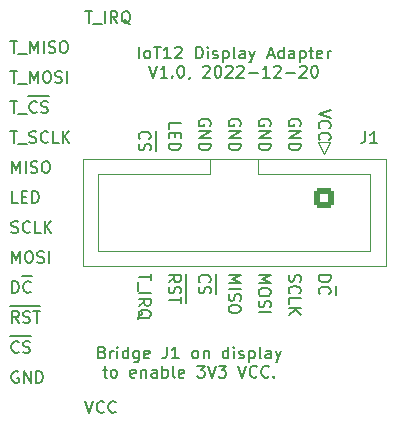
<source format=gto>
G04 #@! TF.GenerationSoftware,KiCad,Pcbnew,7.0.2*
G04 #@! TF.CreationDate,2023-05-16T20:10:08+02:00*
G04 #@! TF.ProjectId,Display Adapter,44697370-6c61-4792-9041-646170746572,V1.0*
G04 #@! TF.SameCoordinates,Original*
G04 #@! TF.FileFunction,Legend,Top*
G04 #@! TF.FilePolarity,Positive*
%FSLAX46Y46*%
G04 Gerber Fmt 4.6, Leading zero omitted, Abs format (unit mm)*
G04 Created by KiCad (PCBNEW 7.0.2) date 2023-05-16 20:10:08*
%MOMM*%
%LPD*%
G01*
G04 APERTURE LIST*
G04 Aperture macros list*
%AMRoundRect*
0 Rectangle with rounded corners*
0 $1 Rounding radius*
0 $2 $3 $4 $5 $6 $7 $8 $9 X,Y pos of 4 corners*
0 Add a 4 corners polygon primitive as box body*
4,1,4,$2,$3,$4,$5,$6,$7,$8,$9,$2,$3,0*
0 Add four circle primitives for the rounded corners*
1,1,$1+$1,$2,$3*
1,1,$1+$1,$4,$5*
1,1,$1+$1,$6,$7*
1,1,$1+$1,$8,$9*
0 Add four rect primitives between the rounded corners*
20,1,$1+$1,$2,$3,$4,$5,0*
20,1,$1+$1,$4,$5,$6,$7,0*
20,1,$1+$1,$6,$7,$8,$9,0*
20,1,$1+$1,$8,$9,$2,$3,0*%
G04 Aperture macros list end*
%ADD10C,0.150000*%
%ADD11C,0.120000*%
%ADD12RoundRect,0.250000X-0.600000X0.600000X-0.600000X-0.600000X0.600000X-0.600000X0.600000X0.600000X0*%
%ADD13C,1.700000*%
%ADD14R,1.700000X1.700000*%
%ADD15O,1.700000X1.700000*%
G04 APERTURE END LIST*
D10*
X148127380Y-95789999D02*
X148127380Y-95313809D01*
X148127380Y-95313809D02*
X149127380Y-95313809D01*
X148651190Y-96123333D02*
X148651190Y-96456666D01*
X148127380Y-96599523D02*
X148127380Y-96123333D01*
X148127380Y-96123333D02*
X149127380Y-96123333D01*
X149127380Y-96123333D02*
X149127380Y-96599523D01*
X148127380Y-97028095D02*
X149127380Y-97028095D01*
X149127380Y-97028095D02*
X149127380Y-97266190D01*
X149127380Y-97266190D02*
X149079761Y-97409047D01*
X149079761Y-97409047D02*
X148984523Y-97504285D01*
X148984523Y-97504285D02*
X148889285Y-97551904D01*
X148889285Y-97551904D02*
X148698809Y-97599523D01*
X148698809Y-97599523D02*
X148555952Y-97599523D01*
X148555952Y-97599523D02*
X148365476Y-97551904D01*
X148365476Y-97551904D02*
X148270238Y-97504285D01*
X148270238Y-97504285D02*
X148175000Y-97409047D01*
X148175000Y-97409047D02*
X148127380Y-97266190D01*
X148127380Y-97266190D02*
X148127380Y-97028095D01*
X145622380Y-89822619D02*
X145622380Y-88822619D01*
X146241427Y-89822619D02*
X146146189Y-89775000D01*
X146146189Y-89775000D02*
X146098570Y-89727380D01*
X146098570Y-89727380D02*
X146050951Y-89632142D01*
X146050951Y-89632142D02*
X146050951Y-89346428D01*
X146050951Y-89346428D02*
X146098570Y-89251190D01*
X146098570Y-89251190D02*
X146146189Y-89203571D01*
X146146189Y-89203571D02*
X146241427Y-89155952D01*
X146241427Y-89155952D02*
X146384284Y-89155952D01*
X146384284Y-89155952D02*
X146479522Y-89203571D01*
X146479522Y-89203571D02*
X146527141Y-89251190D01*
X146527141Y-89251190D02*
X146574760Y-89346428D01*
X146574760Y-89346428D02*
X146574760Y-89632142D01*
X146574760Y-89632142D02*
X146527141Y-89727380D01*
X146527141Y-89727380D02*
X146479522Y-89775000D01*
X146479522Y-89775000D02*
X146384284Y-89822619D01*
X146384284Y-89822619D02*
X146241427Y-89822619D01*
X146860475Y-88822619D02*
X147431903Y-88822619D01*
X147146189Y-89822619D02*
X147146189Y-88822619D01*
X148289046Y-89822619D02*
X147717618Y-89822619D01*
X148003332Y-89822619D02*
X148003332Y-88822619D01*
X148003332Y-88822619D02*
X147908094Y-88965476D01*
X147908094Y-88965476D02*
X147812856Y-89060714D01*
X147812856Y-89060714D02*
X147717618Y-89108333D01*
X148669999Y-88917857D02*
X148717618Y-88870238D01*
X148717618Y-88870238D02*
X148812856Y-88822619D01*
X148812856Y-88822619D02*
X149050951Y-88822619D01*
X149050951Y-88822619D02*
X149146189Y-88870238D01*
X149146189Y-88870238D02*
X149193808Y-88917857D01*
X149193808Y-88917857D02*
X149241427Y-89013095D01*
X149241427Y-89013095D02*
X149241427Y-89108333D01*
X149241427Y-89108333D02*
X149193808Y-89251190D01*
X149193808Y-89251190D02*
X148622380Y-89822619D01*
X148622380Y-89822619D02*
X149241427Y-89822619D01*
X150431904Y-89822619D02*
X150431904Y-88822619D01*
X150431904Y-88822619D02*
X150669999Y-88822619D01*
X150669999Y-88822619D02*
X150812856Y-88870238D01*
X150812856Y-88870238D02*
X150908094Y-88965476D01*
X150908094Y-88965476D02*
X150955713Y-89060714D01*
X150955713Y-89060714D02*
X151003332Y-89251190D01*
X151003332Y-89251190D02*
X151003332Y-89394047D01*
X151003332Y-89394047D02*
X150955713Y-89584523D01*
X150955713Y-89584523D02*
X150908094Y-89679761D01*
X150908094Y-89679761D02*
X150812856Y-89775000D01*
X150812856Y-89775000D02*
X150669999Y-89822619D01*
X150669999Y-89822619D02*
X150431904Y-89822619D01*
X151431904Y-89822619D02*
X151431904Y-89155952D01*
X151431904Y-88822619D02*
X151384285Y-88870238D01*
X151384285Y-88870238D02*
X151431904Y-88917857D01*
X151431904Y-88917857D02*
X151479523Y-88870238D01*
X151479523Y-88870238D02*
X151431904Y-88822619D01*
X151431904Y-88822619D02*
X151431904Y-88917857D01*
X151860475Y-89775000D02*
X151955713Y-89822619D01*
X151955713Y-89822619D02*
X152146189Y-89822619D01*
X152146189Y-89822619D02*
X152241427Y-89775000D01*
X152241427Y-89775000D02*
X152289046Y-89679761D01*
X152289046Y-89679761D02*
X152289046Y-89632142D01*
X152289046Y-89632142D02*
X152241427Y-89536904D01*
X152241427Y-89536904D02*
X152146189Y-89489285D01*
X152146189Y-89489285D02*
X152003332Y-89489285D01*
X152003332Y-89489285D02*
X151908094Y-89441666D01*
X151908094Y-89441666D02*
X151860475Y-89346428D01*
X151860475Y-89346428D02*
X151860475Y-89298809D01*
X151860475Y-89298809D02*
X151908094Y-89203571D01*
X151908094Y-89203571D02*
X152003332Y-89155952D01*
X152003332Y-89155952D02*
X152146189Y-89155952D01*
X152146189Y-89155952D02*
X152241427Y-89203571D01*
X152717618Y-89155952D02*
X152717618Y-90155952D01*
X152717618Y-89203571D02*
X152812856Y-89155952D01*
X152812856Y-89155952D02*
X153003332Y-89155952D01*
X153003332Y-89155952D02*
X153098570Y-89203571D01*
X153098570Y-89203571D02*
X153146189Y-89251190D01*
X153146189Y-89251190D02*
X153193808Y-89346428D01*
X153193808Y-89346428D02*
X153193808Y-89632142D01*
X153193808Y-89632142D02*
X153146189Y-89727380D01*
X153146189Y-89727380D02*
X153098570Y-89775000D01*
X153098570Y-89775000D02*
X153003332Y-89822619D01*
X153003332Y-89822619D02*
X152812856Y-89822619D01*
X152812856Y-89822619D02*
X152717618Y-89775000D01*
X153765237Y-89822619D02*
X153669999Y-89775000D01*
X153669999Y-89775000D02*
X153622380Y-89679761D01*
X153622380Y-89679761D02*
X153622380Y-88822619D01*
X154574761Y-89822619D02*
X154574761Y-89298809D01*
X154574761Y-89298809D02*
X154527142Y-89203571D01*
X154527142Y-89203571D02*
X154431904Y-89155952D01*
X154431904Y-89155952D02*
X154241428Y-89155952D01*
X154241428Y-89155952D02*
X154146190Y-89203571D01*
X154574761Y-89775000D02*
X154479523Y-89822619D01*
X154479523Y-89822619D02*
X154241428Y-89822619D01*
X154241428Y-89822619D02*
X154146190Y-89775000D01*
X154146190Y-89775000D02*
X154098571Y-89679761D01*
X154098571Y-89679761D02*
X154098571Y-89584523D01*
X154098571Y-89584523D02*
X154146190Y-89489285D01*
X154146190Y-89489285D02*
X154241428Y-89441666D01*
X154241428Y-89441666D02*
X154479523Y-89441666D01*
X154479523Y-89441666D02*
X154574761Y-89394047D01*
X154955714Y-89155952D02*
X155193809Y-89822619D01*
X155431904Y-89155952D02*
X155193809Y-89822619D01*
X155193809Y-89822619D02*
X155098571Y-90060714D01*
X155098571Y-90060714D02*
X155050952Y-90108333D01*
X155050952Y-90108333D02*
X154955714Y-90155952D01*
X156527143Y-89536904D02*
X157003333Y-89536904D01*
X156431905Y-89822619D02*
X156765238Y-88822619D01*
X156765238Y-88822619D02*
X157098571Y-89822619D01*
X157860476Y-89822619D02*
X157860476Y-88822619D01*
X157860476Y-89775000D02*
X157765238Y-89822619D01*
X157765238Y-89822619D02*
X157574762Y-89822619D01*
X157574762Y-89822619D02*
X157479524Y-89775000D01*
X157479524Y-89775000D02*
X157431905Y-89727380D01*
X157431905Y-89727380D02*
X157384286Y-89632142D01*
X157384286Y-89632142D02*
X157384286Y-89346428D01*
X157384286Y-89346428D02*
X157431905Y-89251190D01*
X157431905Y-89251190D02*
X157479524Y-89203571D01*
X157479524Y-89203571D02*
X157574762Y-89155952D01*
X157574762Y-89155952D02*
X157765238Y-89155952D01*
X157765238Y-89155952D02*
X157860476Y-89203571D01*
X158765238Y-89822619D02*
X158765238Y-89298809D01*
X158765238Y-89298809D02*
X158717619Y-89203571D01*
X158717619Y-89203571D02*
X158622381Y-89155952D01*
X158622381Y-89155952D02*
X158431905Y-89155952D01*
X158431905Y-89155952D02*
X158336667Y-89203571D01*
X158765238Y-89775000D02*
X158670000Y-89822619D01*
X158670000Y-89822619D02*
X158431905Y-89822619D01*
X158431905Y-89822619D02*
X158336667Y-89775000D01*
X158336667Y-89775000D02*
X158289048Y-89679761D01*
X158289048Y-89679761D02*
X158289048Y-89584523D01*
X158289048Y-89584523D02*
X158336667Y-89489285D01*
X158336667Y-89489285D02*
X158431905Y-89441666D01*
X158431905Y-89441666D02*
X158670000Y-89441666D01*
X158670000Y-89441666D02*
X158765238Y-89394047D01*
X159241429Y-89155952D02*
X159241429Y-90155952D01*
X159241429Y-89203571D02*
X159336667Y-89155952D01*
X159336667Y-89155952D02*
X159527143Y-89155952D01*
X159527143Y-89155952D02*
X159622381Y-89203571D01*
X159622381Y-89203571D02*
X159670000Y-89251190D01*
X159670000Y-89251190D02*
X159717619Y-89346428D01*
X159717619Y-89346428D02*
X159717619Y-89632142D01*
X159717619Y-89632142D02*
X159670000Y-89727380D01*
X159670000Y-89727380D02*
X159622381Y-89775000D01*
X159622381Y-89775000D02*
X159527143Y-89822619D01*
X159527143Y-89822619D02*
X159336667Y-89822619D01*
X159336667Y-89822619D02*
X159241429Y-89775000D01*
X160003334Y-89155952D02*
X160384286Y-89155952D01*
X160146191Y-88822619D02*
X160146191Y-89679761D01*
X160146191Y-89679761D02*
X160193810Y-89775000D01*
X160193810Y-89775000D02*
X160289048Y-89822619D01*
X160289048Y-89822619D02*
X160384286Y-89822619D01*
X161098572Y-89775000D02*
X161003334Y-89822619D01*
X161003334Y-89822619D02*
X160812858Y-89822619D01*
X160812858Y-89822619D02*
X160717620Y-89775000D01*
X160717620Y-89775000D02*
X160670001Y-89679761D01*
X160670001Y-89679761D02*
X160670001Y-89298809D01*
X160670001Y-89298809D02*
X160717620Y-89203571D01*
X160717620Y-89203571D02*
X160812858Y-89155952D01*
X160812858Y-89155952D02*
X161003334Y-89155952D01*
X161003334Y-89155952D02*
X161098572Y-89203571D01*
X161098572Y-89203571D02*
X161146191Y-89298809D01*
X161146191Y-89298809D02*
X161146191Y-89394047D01*
X161146191Y-89394047D02*
X160670001Y-89489285D01*
X161574763Y-89822619D02*
X161574763Y-89155952D01*
X161574763Y-89346428D02*
X161622382Y-89251190D01*
X161622382Y-89251190D02*
X161670001Y-89203571D01*
X161670001Y-89203571D02*
X161765239Y-89155952D01*
X161765239Y-89155952D02*
X161860477Y-89155952D01*
X146479524Y-90442619D02*
X146812857Y-91442619D01*
X146812857Y-91442619D02*
X147146190Y-90442619D01*
X148003333Y-91442619D02*
X147431905Y-91442619D01*
X147717619Y-91442619D02*
X147717619Y-90442619D01*
X147717619Y-90442619D02*
X147622381Y-90585476D01*
X147622381Y-90585476D02*
X147527143Y-90680714D01*
X147527143Y-90680714D02*
X147431905Y-90728333D01*
X148431905Y-91347380D02*
X148479524Y-91395000D01*
X148479524Y-91395000D02*
X148431905Y-91442619D01*
X148431905Y-91442619D02*
X148384286Y-91395000D01*
X148384286Y-91395000D02*
X148431905Y-91347380D01*
X148431905Y-91347380D02*
X148431905Y-91442619D01*
X149098571Y-90442619D02*
X149193809Y-90442619D01*
X149193809Y-90442619D02*
X149289047Y-90490238D01*
X149289047Y-90490238D02*
X149336666Y-90537857D01*
X149336666Y-90537857D02*
X149384285Y-90633095D01*
X149384285Y-90633095D02*
X149431904Y-90823571D01*
X149431904Y-90823571D02*
X149431904Y-91061666D01*
X149431904Y-91061666D02*
X149384285Y-91252142D01*
X149384285Y-91252142D02*
X149336666Y-91347380D01*
X149336666Y-91347380D02*
X149289047Y-91395000D01*
X149289047Y-91395000D02*
X149193809Y-91442619D01*
X149193809Y-91442619D02*
X149098571Y-91442619D01*
X149098571Y-91442619D02*
X149003333Y-91395000D01*
X149003333Y-91395000D02*
X148955714Y-91347380D01*
X148955714Y-91347380D02*
X148908095Y-91252142D01*
X148908095Y-91252142D02*
X148860476Y-91061666D01*
X148860476Y-91061666D02*
X148860476Y-90823571D01*
X148860476Y-90823571D02*
X148908095Y-90633095D01*
X148908095Y-90633095D02*
X148955714Y-90537857D01*
X148955714Y-90537857D02*
X149003333Y-90490238D01*
X149003333Y-90490238D02*
X149098571Y-90442619D01*
X149908095Y-91395000D02*
X149908095Y-91442619D01*
X149908095Y-91442619D02*
X149860476Y-91537857D01*
X149860476Y-91537857D02*
X149812857Y-91585476D01*
X151050952Y-90537857D02*
X151098571Y-90490238D01*
X151098571Y-90490238D02*
X151193809Y-90442619D01*
X151193809Y-90442619D02*
X151431904Y-90442619D01*
X151431904Y-90442619D02*
X151527142Y-90490238D01*
X151527142Y-90490238D02*
X151574761Y-90537857D01*
X151574761Y-90537857D02*
X151622380Y-90633095D01*
X151622380Y-90633095D02*
X151622380Y-90728333D01*
X151622380Y-90728333D02*
X151574761Y-90871190D01*
X151574761Y-90871190D02*
X151003333Y-91442619D01*
X151003333Y-91442619D02*
X151622380Y-91442619D01*
X152241428Y-90442619D02*
X152336666Y-90442619D01*
X152336666Y-90442619D02*
X152431904Y-90490238D01*
X152431904Y-90490238D02*
X152479523Y-90537857D01*
X152479523Y-90537857D02*
X152527142Y-90633095D01*
X152527142Y-90633095D02*
X152574761Y-90823571D01*
X152574761Y-90823571D02*
X152574761Y-91061666D01*
X152574761Y-91061666D02*
X152527142Y-91252142D01*
X152527142Y-91252142D02*
X152479523Y-91347380D01*
X152479523Y-91347380D02*
X152431904Y-91395000D01*
X152431904Y-91395000D02*
X152336666Y-91442619D01*
X152336666Y-91442619D02*
X152241428Y-91442619D01*
X152241428Y-91442619D02*
X152146190Y-91395000D01*
X152146190Y-91395000D02*
X152098571Y-91347380D01*
X152098571Y-91347380D02*
X152050952Y-91252142D01*
X152050952Y-91252142D02*
X152003333Y-91061666D01*
X152003333Y-91061666D02*
X152003333Y-90823571D01*
X152003333Y-90823571D02*
X152050952Y-90633095D01*
X152050952Y-90633095D02*
X152098571Y-90537857D01*
X152098571Y-90537857D02*
X152146190Y-90490238D01*
X152146190Y-90490238D02*
X152241428Y-90442619D01*
X152955714Y-90537857D02*
X153003333Y-90490238D01*
X153003333Y-90490238D02*
X153098571Y-90442619D01*
X153098571Y-90442619D02*
X153336666Y-90442619D01*
X153336666Y-90442619D02*
X153431904Y-90490238D01*
X153431904Y-90490238D02*
X153479523Y-90537857D01*
X153479523Y-90537857D02*
X153527142Y-90633095D01*
X153527142Y-90633095D02*
X153527142Y-90728333D01*
X153527142Y-90728333D02*
X153479523Y-90871190D01*
X153479523Y-90871190D02*
X152908095Y-91442619D01*
X152908095Y-91442619D02*
X153527142Y-91442619D01*
X153908095Y-90537857D02*
X153955714Y-90490238D01*
X153955714Y-90490238D02*
X154050952Y-90442619D01*
X154050952Y-90442619D02*
X154289047Y-90442619D01*
X154289047Y-90442619D02*
X154384285Y-90490238D01*
X154384285Y-90490238D02*
X154431904Y-90537857D01*
X154431904Y-90537857D02*
X154479523Y-90633095D01*
X154479523Y-90633095D02*
X154479523Y-90728333D01*
X154479523Y-90728333D02*
X154431904Y-90871190D01*
X154431904Y-90871190D02*
X153860476Y-91442619D01*
X153860476Y-91442619D02*
X154479523Y-91442619D01*
X154908095Y-91061666D02*
X155670000Y-91061666D01*
X156669999Y-91442619D02*
X156098571Y-91442619D01*
X156384285Y-91442619D02*
X156384285Y-90442619D01*
X156384285Y-90442619D02*
X156289047Y-90585476D01*
X156289047Y-90585476D02*
X156193809Y-90680714D01*
X156193809Y-90680714D02*
X156098571Y-90728333D01*
X157050952Y-90537857D02*
X157098571Y-90490238D01*
X157098571Y-90490238D02*
X157193809Y-90442619D01*
X157193809Y-90442619D02*
X157431904Y-90442619D01*
X157431904Y-90442619D02*
X157527142Y-90490238D01*
X157527142Y-90490238D02*
X157574761Y-90537857D01*
X157574761Y-90537857D02*
X157622380Y-90633095D01*
X157622380Y-90633095D02*
X157622380Y-90728333D01*
X157622380Y-90728333D02*
X157574761Y-90871190D01*
X157574761Y-90871190D02*
X157003333Y-91442619D01*
X157003333Y-91442619D02*
X157622380Y-91442619D01*
X158050952Y-91061666D02*
X158812857Y-91061666D01*
X159241428Y-90537857D02*
X159289047Y-90490238D01*
X159289047Y-90490238D02*
X159384285Y-90442619D01*
X159384285Y-90442619D02*
X159622380Y-90442619D01*
X159622380Y-90442619D02*
X159717618Y-90490238D01*
X159717618Y-90490238D02*
X159765237Y-90537857D01*
X159765237Y-90537857D02*
X159812856Y-90633095D01*
X159812856Y-90633095D02*
X159812856Y-90728333D01*
X159812856Y-90728333D02*
X159765237Y-90871190D01*
X159765237Y-90871190D02*
X159193809Y-91442619D01*
X159193809Y-91442619D02*
X159812856Y-91442619D01*
X160431904Y-90442619D02*
X160527142Y-90442619D01*
X160527142Y-90442619D02*
X160622380Y-90490238D01*
X160622380Y-90490238D02*
X160669999Y-90537857D01*
X160669999Y-90537857D02*
X160717618Y-90633095D01*
X160717618Y-90633095D02*
X160765237Y-90823571D01*
X160765237Y-90823571D02*
X160765237Y-91061666D01*
X160765237Y-91061666D02*
X160717618Y-91252142D01*
X160717618Y-91252142D02*
X160669999Y-91347380D01*
X160669999Y-91347380D02*
X160622380Y-91395000D01*
X160622380Y-91395000D02*
X160527142Y-91442619D01*
X160527142Y-91442619D02*
X160431904Y-91442619D01*
X160431904Y-91442619D02*
X160336666Y-91395000D01*
X160336666Y-91395000D02*
X160289047Y-91347380D01*
X160289047Y-91347380D02*
X160241428Y-91252142D01*
X160241428Y-91252142D02*
X160193809Y-91061666D01*
X160193809Y-91061666D02*
X160193809Y-90823571D01*
X160193809Y-90823571D02*
X160241428Y-90633095D01*
X160241428Y-90633095D02*
X160289047Y-90537857D01*
X160289047Y-90537857D02*
X160336666Y-90490238D01*
X160336666Y-90490238D02*
X160431904Y-90442619D01*
X146587380Y-108045238D02*
X146587380Y-108616666D01*
X145587380Y-108330952D02*
X146587380Y-108330952D01*
X145492142Y-108711905D02*
X145492142Y-109473809D01*
X145587380Y-109711905D02*
X146587380Y-109711905D01*
X145587380Y-110759523D02*
X146063571Y-110426190D01*
X145587380Y-110188095D02*
X146587380Y-110188095D01*
X146587380Y-110188095D02*
X146587380Y-110569047D01*
X146587380Y-110569047D02*
X146539761Y-110664285D01*
X146539761Y-110664285D02*
X146492142Y-110711904D01*
X146492142Y-110711904D02*
X146396904Y-110759523D01*
X146396904Y-110759523D02*
X146254047Y-110759523D01*
X146254047Y-110759523D02*
X146158809Y-110711904D01*
X146158809Y-110711904D02*
X146111190Y-110664285D01*
X146111190Y-110664285D02*
X146063571Y-110569047D01*
X146063571Y-110569047D02*
X146063571Y-110188095D01*
X145492142Y-111854761D02*
X145539761Y-111759523D01*
X145539761Y-111759523D02*
X145635000Y-111664285D01*
X145635000Y-111664285D02*
X145777857Y-111521428D01*
X145777857Y-111521428D02*
X145825476Y-111426190D01*
X145825476Y-111426190D02*
X145825476Y-111330952D01*
X145587380Y-111378571D02*
X145635000Y-111283333D01*
X145635000Y-111283333D02*
X145730238Y-111188095D01*
X145730238Y-111188095D02*
X145920714Y-111140476D01*
X145920714Y-111140476D02*
X146254047Y-111140476D01*
X146254047Y-111140476D02*
X146444523Y-111188095D01*
X146444523Y-111188095D02*
X146539761Y-111283333D01*
X146539761Y-111283333D02*
X146587380Y-111378571D01*
X146587380Y-111378571D02*
X146587380Y-111569047D01*
X146587380Y-111569047D02*
X146539761Y-111664285D01*
X146539761Y-111664285D02*
X146444523Y-111759523D01*
X146444523Y-111759523D02*
X146254047Y-111807142D01*
X146254047Y-111807142D02*
X145920714Y-111807142D01*
X145920714Y-111807142D02*
X145730238Y-111759523D01*
X145730238Y-111759523D02*
X145635000Y-111664285D01*
X145635000Y-111664285D02*
X145587380Y-111569047D01*
X145587380Y-111569047D02*
X145587380Y-111378571D01*
X159239761Y-95504285D02*
X159287380Y-95409047D01*
X159287380Y-95409047D02*
X159287380Y-95266190D01*
X159287380Y-95266190D02*
X159239761Y-95123333D01*
X159239761Y-95123333D02*
X159144523Y-95028095D01*
X159144523Y-95028095D02*
X159049285Y-94980476D01*
X159049285Y-94980476D02*
X158858809Y-94932857D01*
X158858809Y-94932857D02*
X158715952Y-94932857D01*
X158715952Y-94932857D02*
X158525476Y-94980476D01*
X158525476Y-94980476D02*
X158430238Y-95028095D01*
X158430238Y-95028095D02*
X158335000Y-95123333D01*
X158335000Y-95123333D02*
X158287380Y-95266190D01*
X158287380Y-95266190D02*
X158287380Y-95361428D01*
X158287380Y-95361428D02*
X158335000Y-95504285D01*
X158335000Y-95504285D02*
X158382619Y-95551904D01*
X158382619Y-95551904D02*
X158715952Y-95551904D01*
X158715952Y-95551904D02*
X158715952Y-95361428D01*
X158287380Y-95980476D02*
X159287380Y-95980476D01*
X159287380Y-95980476D02*
X158287380Y-96551904D01*
X158287380Y-96551904D02*
X159287380Y-96551904D01*
X158287380Y-97028095D02*
X159287380Y-97028095D01*
X159287380Y-97028095D02*
X159287380Y-97266190D01*
X159287380Y-97266190D02*
X159239761Y-97409047D01*
X159239761Y-97409047D02*
X159144523Y-97504285D01*
X159144523Y-97504285D02*
X159049285Y-97551904D01*
X159049285Y-97551904D02*
X158858809Y-97599523D01*
X158858809Y-97599523D02*
X158715952Y-97599523D01*
X158715952Y-97599523D02*
X158525476Y-97551904D01*
X158525476Y-97551904D02*
X158430238Y-97504285D01*
X158430238Y-97504285D02*
X158335000Y-97409047D01*
X158335000Y-97409047D02*
X158287380Y-97266190D01*
X158287380Y-97266190D02*
X158287380Y-97028095D01*
X142502856Y-114698809D02*
X142645713Y-114746428D01*
X142645713Y-114746428D02*
X142693332Y-114794047D01*
X142693332Y-114794047D02*
X142740951Y-114889285D01*
X142740951Y-114889285D02*
X142740951Y-115032142D01*
X142740951Y-115032142D02*
X142693332Y-115127380D01*
X142693332Y-115127380D02*
X142645713Y-115175000D01*
X142645713Y-115175000D02*
X142550475Y-115222619D01*
X142550475Y-115222619D02*
X142169523Y-115222619D01*
X142169523Y-115222619D02*
X142169523Y-114222619D01*
X142169523Y-114222619D02*
X142502856Y-114222619D01*
X142502856Y-114222619D02*
X142598094Y-114270238D01*
X142598094Y-114270238D02*
X142645713Y-114317857D01*
X142645713Y-114317857D02*
X142693332Y-114413095D01*
X142693332Y-114413095D02*
X142693332Y-114508333D01*
X142693332Y-114508333D02*
X142645713Y-114603571D01*
X142645713Y-114603571D02*
X142598094Y-114651190D01*
X142598094Y-114651190D02*
X142502856Y-114698809D01*
X142502856Y-114698809D02*
X142169523Y-114698809D01*
X143169523Y-115222619D02*
X143169523Y-114555952D01*
X143169523Y-114746428D02*
X143217142Y-114651190D01*
X143217142Y-114651190D02*
X143264761Y-114603571D01*
X143264761Y-114603571D02*
X143359999Y-114555952D01*
X143359999Y-114555952D02*
X143455237Y-114555952D01*
X143788571Y-115222619D02*
X143788571Y-114555952D01*
X143788571Y-114222619D02*
X143740952Y-114270238D01*
X143740952Y-114270238D02*
X143788571Y-114317857D01*
X143788571Y-114317857D02*
X143836190Y-114270238D01*
X143836190Y-114270238D02*
X143788571Y-114222619D01*
X143788571Y-114222619D02*
X143788571Y-114317857D01*
X144693332Y-115222619D02*
X144693332Y-114222619D01*
X144693332Y-115175000D02*
X144598094Y-115222619D01*
X144598094Y-115222619D02*
X144407618Y-115222619D01*
X144407618Y-115222619D02*
X144312380Y-115175000D01*
X144312380Y-115175000D02*
X144264761Y-115127380D01*
X144264761Y-115127380D02*
X144217142Y-115032142D01*
X144217142Y-115032142D02*
X144217142Y-114746428D01*
X144217142Y-114746428D02*
X144264761Y-114651190D01*
X144264761Y-114651190D02*
X144312380Y-114603571D01*
X144312380Y-114603571D02*
X144407618Y-114555952D01*
X144407618Y-114555952D02*
X144598094Y-114555952D01*
X144598094Y-114555952D02*
X144693332Y-114603571D01*
X145598094Y-114555952D02*
X145598094Y-115365476D01*
X145598094Y-115365476D02*
X145550475Y-115460714D01*
X145550475Y-115460714D02*
X145502856Y-115508333D01*
X145502856Y-115508333D02*
X145407618Y-115555952D01*
X145407618Y-115555952D02*
X145264761Y-115555952D01*
X145264761Y-115555952D02*
X145169523Y-115508333D01*
X145598094Y-115175000D02*
X145502856Y-115222619D01*
X145502856Y-115222619D02*
X145312380Y-115222619D01*
X145312380Y-115222619D02*
X145217142Y-115175000D01*
X145217142Y-115175000D02*
X145169523Y-115127380D01*
X145169523Y-115127380D02*
X145121904Y-115032142D01*
X145121904Y-115032142D02*
X145121904Y-114746428D01*
X145121904Y-114746428D02*
X145169523Y-114651190D01*
X145169523Y-114651190D02*
X145217142Y-114603571D01*
X145217142Y-114603571D02*
X145312380Y-114555952D01*
X145312380Y-114555952D02*
X145502856Y-114555952D01*
X145502856Y-114555952D02*
X145598094Y-114603571D01*
X146455237Y-115175000D02*
X146359999Y-115222619D01*
X146359999Y-115222619D02*
X146169523Y-115222619D01*
X146169523Y-115222619D02*
X146074285Y-115175000D01*
X146074285Y-115175000D02*
X146026666Y-115079761D01*
X146026666Y-115079761D02*
X146026666Y-114698809D01*
X146026666Y-114698809D02*
X146074285Y-114603571D01*
X146074285Y-114603571D02*
X146169523Y-114555952D01*
X146169523Y-114555952D02*
X146359999Y-114555952D01*
X146359999Y-114555952D02*
X146455237Y-114603571D01*
X146455237Y-114603571D02*
X146502856Y-114698809D01*
X146502856Y-114698809D02*
X146502856Y-114794047D01*
X146502856Y-114794047D02*
X146026666Y-114889285D01*
X147979047Y-114222619D02*
X147979047Y-114936904D01*
X147979047Y-114936904D02*
X147931428Y-115079761D01*
X147931428Y-115079761D02*
X147836190Y-115175000D01*
X147836190Y-115175000D02*
X147693333Y-115222619D01*
X147693333Y-115222619D02*
X147598095Y-115222619D01*
X148979047Y-115222619D02*
X148407619Y-115222619D01*
X148693333Y-115222619D02*
X148693333Y-114222619D01*
X148693333Y-114222619D02*
X148598095Y-114365476D01*
X148598095Y-114365476D02*
X148502857Y-114460714D01*
X148502857Y-114460714D02*
X148407619Y-114508333D01*
X150312381Y-115222619D02*
X150217143Y-115175000D01*
X150217143Y-115175000D02*
X150169524Y-115127380D01*
X150169524Y-115127380D02*
X150121905Y-115032142D01*
X150121905Y-115032142D02*
X150121905Y-114746428D01*
X150121905Y-114746428D02*
X150169524Y-114651190D01*
X150169524Y-114651190D02*
X150217143Y-114603571D01*
X150217143Y-114603571D02*
X150312381Y-114555952D01*
X150312381Y-114555952D02*
X150455238Y-114555952D01*
X150455238Y-114555952D02*
X150550476Y-114603571D01*
X150550476Y-114603571D02*
X150598095Y-114651190D01*
X150598095Y-114651190D02*
X150645714Y-114746428D01*
X150645714Y-114746428D02*
X150645714Y-115032142D01*
X150645714Y-115032142D02*
X150598095Y-115127380D01*
X150598095Y-115127380D02*
X150550476Y-115175000D01*
X150550476Y-115175000D02*
X150455238Y-115222619D01*
X150455238Y-115222619D02*
X150312381Y-115222619D01*
X151074286Y-114555952D02*
X151074286Y-115222619D01*
X151074286Y-114651190D02*
X151121905Y-114603571D01*
X151121905Y-114603571D02*
X151217143Y-114555952D01*
X151217143Y-114555952D02*
X151360000Y-114555952D01*
X151360000Y-114555952D02*
X151455238Y-114603571D01*
X151455238Y-114603571D02*
X151502857Y-114698809D01*
X151502857Y-114698809D02*
X151502857Y-115222619D01*
X153169524Y-115222619D02*
X153169524Y-114222619D01*
X153169524Y-115175000D02*
X153074286Y-115222619D01*
X153074286Y-115222619D02*
X152883810Y-115222619D01*
X152883810Y-115222619D02*
X152788572Y-115175000D01*
X152788572Y-115175000D02*
X152740953Y-115127380D01*
X152740953Y-115127380D02*
X152693334Y-115032142D01*
X152693334Y-115032142D02*
X152693334Y-114746428D01*
X152693334Y-114746428D02*
X152740953Y-114651190D01*
X152740953Y-114651190D02*
X152788572Y-114603571D01*
X152788572Y-114603571D02*
X152883810Y-114555952D01*
X152883810Y-114555952D02*
X153074286Y-114555952D01*
X153074286Y-114555952D02*
X153169524Y-114603571D01*
X153645715Y-115222619D02*
X153645715Y-114555952D01*
X153645715Y-114222619D02*
X153598096Y-114270238D01*
X153598096Y-114270238D02*
X153645715Y-114317857D01*
X153645715Y-114317857D02*
X153693334Y-114270238D01*
X153693334Y-114270238D02*
X153645715Y-114222619D01*
X153645715Y-114222619D02*
X153645715Y-114317857D01*
X154074286Y-115175000D02*
X154169524Y-115222619D01*
X154169524Y-115222619D02*
X154360000Y-115222619D01*
X154360000Y-115222619D02*
X154455238Y-115175000D01*
X154455238Y-115175000D02*
X154502857Y-115079761D01*
X154502857Y-115079761D02*
X154502857Y-115032142D01*
X154502857Y-115032142D02*
X154455238Y-114936904D01*
X154455238Y-114936904D02*
X154360000Y-114889285D01*
X154360000Y-114889285D02*
X154217143Y-114889285D01*
X154217143Y-114889285D02*
X154121905Y-114841666D01*
X154121905Y-114841666D02*
X154074286Y-114746428D01*
X154074286Y-114746428D02*
X154074286Y-114698809D01*
X154074286Y-114698809D02*
X154121905Y-114603571D01*
X154121905Y-114603571D02*
X154217143Y-114555952D01*
X154217143Y-114555952D02*
X154360000Y-114555952D01*
X154360000Y-114555952D02*
X154455238Y-114603571D01*
X154931429Y-114555952D02*
X154931429Y-115555952D01*
X154931429Y-114603571D02*
X155026667Y-114555952D01*
X155026667Y-114555952D02*
X155217143Y-114555952D01*
X155217143Y-114555952D02*
X155312381Y-114603571D01*
X155312381Y-114603571D02*
X155360000Y-114651190D01*
X155360000Y-114651190D02*
X155407619Y-114746428D01*
X155407619Y-114746428D02*
X155407619Y-115032142D01*
X155407619Y-115032142D02*
X155360000Y-115127380D01*
X155360000Y-115127380D02*
X155312381Y-115175000D01*
X155312381Y-115175000D02*
X155217143Y-115222619D01*
X155217143Y-115222619D02*
X155026667Y-115222619D01*
X155026667Y-115222619D02*
X154931429Y-115175000D01*
X155979048Y-115222619D02*
X155883810Y-115175000D01*
X155883810Y-115175000D02*
X155836191Y-115079761D01*
X155836191Y-115079761D02*
X155836191Y-114222619D01*
X156788572Y-115222619D02*
X156788572Y-114698809D01*
X156788572Y-114698809D02*
X156740953Y-114603571D01*
X156740953Y-114603571D02*
X156645715Y-114555952D01*
X156645715Y-114555952D02*
X156455239Y-114555952D01*
X156455239Y-114555952D02*
X156360001Y-114603571D01*
X156788572Y-115175000D02*
X156693334Y-115222619D01*
X156693334Y-115222619D02*
X156455239Y-115222619D01*
X156455239Y-115222619D02*
X156360001Y-115175000D01*
X156360001Y-115175000D02*
X156312382Y-115079761D01*
X156312382Y-115079761D02*
X156312382Y-114984523D01*
X156312382Y-114984523D02*
X156360001Y-114889285D01*
X156360001Y-114889285D02*
X156455239Y-114841666D01*
X156455239Y-114841666D02*
X156693334Y-114841666D01*
X156693334Y-114841666D02*
X156788572Y-114794047D01*
X157169525Y-114555952D02*
X157407620Y-115222619D01*
X157645715Y-114555952D02*
X157407620Y-115222619D01*
X157407620Y-115222619D02*
X157312382Y-115460714D01*
X157312382Y-115460714D02*
X157264763Y-115508333D01*
X157264763Y-115508333D02*
X157169525Y-115555952D01*
X142550475Y-116175952D02*
X142931427Y-116175952D01*
X142693332Y-115842619D02*
X142693332Y-116699761D01*
X142693332Y-116699761D02*
X142740951Y-116795000D01*
X142740951Y-116795000D02*
X142836189Y-116842619D01*
X142836189Y-116842619D02*
X142931427Y-116842619D01*
X143407618Y-116842619D02*
X143312380Y-116795000D01*
X143312380Y-116795000D02*
X143264761Y-116747380D01*
X143264761Y-116747380D02*
X143217142Y-116652142D01*
X143217142Y-116652142D02*
X143217142Y-116366428D01*
X143217142Y-116366428D02*
X143264761Y-116271190D01*
X143264761Y-116271190D02*
X143312380Y-116223571D01*
X143312380Y-116223571D02*
X143407618Y-116175952D01*
X143407618Y-116175952D02*
X143550475Y-116175952D01*
X143550475Y-116175952D02*
X143645713Y-116223571D01*
X143645713Y-116223571D02*
X143693332Y-116271190D01*
X143693332Y-116271190D02*
X143740951Y-116366428D01*
X143740951Y-116366428D02*
X143740951Y-116652142D01*
X143740951Y-116652142D02*
X143693332Y-116747380D01*
X143693332Y-116747380D02*
X143645713Y-116795000D01*
X143645713Y-116795000D02*
X143550475Y-116842619D01*
X143550475Y-116842619D02*
X143407618Y-116842619D01*
X145312380Y-116795000D02*
X145217142Y-116842619D01*
X145217142Y-116842619D02*
X145026666Y-116842619D01*
X145026666Y-116842619D02*
X144931428Y-116795000D01*
X144931428Y-116795000D02*
X144883809Y-116699761D01*
X144883809Y-116699761D02*
X144883809Y-116318809D01*
X144883809Y-116318809D02*
X144931428Y-116223571D01*
X144931428Y-116223571D02*
X145026666Y-116175952D01*
X145026666Y-116175952D02*
X145217142Y-116175952D01*
X145217142Y-116175952D02*
X145312380Y-116223571D01*
X145312380Y-116223571D02*
X145359999Y-116318809D01*
X145359999Y-116318809D02*
X145359999Y-116414047D01*
X145359999Y-116414047D02*
X144883809Y-116509285D01*
X145788571Y-116175952D02*
X145788571Y-116842619D01*
X145788571Y-116271190D02*
X145836190Y-116223571D01*
X145836190Y-116223571D02*
X145931428Y-116175952D01*
X145931428Y-116175952D02*
X146074285Y-116175952D01*
X146074285Y-116175952D02*
X146169523Y-116223571D01*
X146169523Y-116223571D02*
X146217142Y-116318809D01*
X146217142Y-116318809D02*
X146217142Y-116842619D01*
X147121904Y-116842619D02*
X147121904Y-116318809D01*
X147121904Y-116318809D02*
X147074285Y-116223571D01*
X147074285Y-116223571D02*
X146979047Y-116175952D01*
X146979047Y-116175952D02*
X146788571Y-116175952D01*
X146788571Y-116175952D02*
X146693333Y-116223571D01*
X147121904Y-116795000D02*
X147026666Y-116842619D01*
X147026666Y-116842619D02*
X146788571Y-116842619D01*
X146788571Y-116842619D02*
X146693333Y-116795000D01*
X146693333Y-116795000D02*
X146645714Y-116699761D01*
X146645714Y-116699761D02*
X146645714Y-116604523D01*
X146645714Y-116604523D02*
X146693333Y-116509285D01*
X146693333Y-116509285D02*
X146788571Y-116461666D01*
X146788571Y-116461666D02*
X147026666Y-116461666D01*
X147026666Y-116461666D02*
X147121904Y-116414047D01*
X147598095Y-116842619D02*
X147598095Y-115842619D01*
X147598095Y-116223571D02*
X147693333Y-116175952D01*
X147693333Y-116175952D02*
X147883809Y-116175952D01*
X147883809Y-116175952D02*
X147979047Y-116223571D01*
X147979047Y-116223571D02*
X148026666Y-116271190D01*
X148026666Y-116271190D02*
X148074285Y-116366428D01*
X148074285Y-116366428D02*
X148074285Y-116652142D01*
X148074285Y-116652142D02*
X148026666Y-116747380D01*
X148026666Y-116747380D02*
X147979047Y-116795000D01*
X147979047Y-116795000D02*
X147883809Y-116842619D01*
X147883809Y-116842619D02*
X147693333Y-116842619D01*
X147693333Y-116842619D02*
X147598095Y-116795000D01*
X148645714Y-116842619D02*
X148550476Y-116795000D01*
X148550476Y-116795000D02*
X148502857Y-116699761D01*
X148502857Y-116699761D02*
X148502857Y-115842619D01*
X149407619Y-116795000D02*
X149312381Y-116842619D01*
X149312381Y-116842619D02*
X149121905Y-116842619D01*
X149121905Y-116842619D02*
X149026667Y-116795000D01*
X149026667Y-116795000D02*
X148979048Y-116699761D01*
X148979048Y-116699761D02*
X148979048Y-116318809D01*
X148979048Y-116318809D02*
X149026667Y-116223571D01*
X149026667Y-116223571D02*
X149121905Y-116175952D01*
X149121905Y-116175952D02*
X149312381Y-116175952D01*
X149312381Y-116175952D02*
X149407619Y-116223571D01*
X149407619Y-116223571D02*
X149455238Y-116318809D01*
X149455238Y-116318809D02*
X149455238Y-116414047D01*
X149455238Y-116414047D02*
X148979048Y-116509285D01*
X150550477Y-115842619D02*
X151169524Y-115842619D01*
X151169524Y-115842619D02*
X150836191Y-116223571D01*
X150836191Y-116223571D02*
X150979048Y-116223571D01*
X150979048Y-116223571D02*
X151074286Y-116271190D01*
X151074286Y-116271190D02*
X151121905Y-116318809D01*
X151121905Y-116318809D02*
X151169524Y-116414047D01*
X151169524Y-116414047D02*
X151169524Y-116652142D01*
X151169524Y-116652142D02*
X151121905Y-116747380D01*
X151121905Y-116747380D02*
X151074286Y-116795000D01*
X151074286Y-116795000D02*
X150979048Y-116842619D01*
X150979048Y-116842619D02*
X150693334Y-116842619D01*
X150693334Y-116842619D02*
X150598096Y-116795000D01*
X150598096Y-116795000D02*
X150550477Y-116747380D01*
X151455239Y-115842619D02*
X151788572Y-116842619D01*
X151788572Y-116842619D02*
X152121905Y-115842619D01*
X152360001Y-115842619D02*
X152979048Y-115842619D01*
X152979048Y-115842619D02*
X152645715Y-116223571D01*
X152645715Y-116223571D02*
X152788572Y-116223571D01*
X152788572Y-116223571D02*
X152883810Y-116271190D01*
X152883810Y-116271190D02*
X152931429Y-116318809D01*
X152931429Y-116318809D02*
X152979048Y-116414047D01*
X152979048Y-116414047D02*
X152979048Y-116652142D01*
X152979048Y-116652142D02*
X152931429Y-116747380D01*
X152931429Y-116747380D02*
X152883810Y-116795000D01*
X152883810Y-116795000D02*
X152788572Y-116842619D01*
X152788572Y-116842619D02*
X152502858Y-116842619D01*
X152502858Y-116842619D02*
X152407620Y-116795000D01*
X152407620Y-116795000D02*
X152360001Y-116747380D01*
X154026668Y-115842619D02*
X154360001Y-116842619D01*
X154360001Y-116842619D02*
X154693334Y-115842619D01*
X155598096Y-116747380D02*
X155550477Y-116795000D01*
X155550477Y-116795000D02*
X155407620Y-116842619D01*
X155407620Y-116842619D02*
X155312382Y-116842619D01*
X155312382Y-116842619D02*
X155169525Y-116795000D01*
X155169525Y-116795000D02*
X155074287Y-116699761D01*
X155074287Y-116699761D02*
X155026668Y-116604523D01*
X155026668Y-116604523D02*
X154979049Y-116414047D01*
X154979049Y-116414047D02*
X154979049Y-116271190D01*
X154979049Y-116271190D02*
X155026668Y-116080714D01*
X155026668Y-116080714D02*
X155074287Y-115985476D01*
X155074287Y-115985476D02*
X155169525Y-115890238D01*
X155169525Y-115890238D02*
X155312382Y-115842619D01*
X155312382Y-115842619D02*
X155407620Y-115842619D01*
X155407620Y-115842619D02*
X155550477Y-115890238D01*
X155550477Y-115890238D02*
X155598096Y-115937857D01*
X156598096Y-116747380D02*
X156550477Y-116795000D01*
X156550477Y-116795000D02*
X156407620Y-116842619D01*
X156407620Y-116842619D02*
X156312382Y-116842619D01*
X156312382Y-116842619D02*
X156169525Y-116795000D01*
X156169525Y-116795000D02*
X156074287Y-116699761D01*
X156074287Y-116699761D02*
X156026668Y-116604523D01*
X156026668Y-116604523D02*
X155979049Y-116414047D01*
X155979049Y-116414047D02*
X155979049Y-116271190D01*
X155979049Y-116271190D02*
X156026668Y-116080714D01*
X156026668Y-116080714D02*
X156074287Y-115985476D01*
X156074287Y-115985476D02*
X156169525Y-115890238D01*
X156169525Y-115890238D02*
X156312382Y-115842619D01*
X156312382Y-115842619D02*
X156407620Y-115842619D01*
X156407620Y-115842619D02*
X156550477Y-115890238D01*
X156550477Y-115890238D02*
X156598096Y-115937857D01*
X157026668Y-116747380D02*
X157074287Y-116795000D01*
X157074287Y-116795000D02*
X157026668Y-116842619D01*
X157026668Y-116842619D02*
X156979049Y-116795000D01*
X156979049Y-116795000D02*
X157026668Y-116747380D01*
X157026668Y-116747380D02*
X157026668Y-116842619D01*
X153207380Y-108188095D02*
X154207380Y-108188095D01*
X154207380Y-108188095D02*
X153493095Y-108521428D01*
X153493095Y-108521428D02*
X154207380Y-108854761D01*
X154207380Y-108854761D02*
X153207380Y-108854761D01*
X153207380Y-109330952D02*
X154207380Y-109330952D01*
X153255000Y-109759523D02*
X153207380Y-109902380D01*
X153207380Y-109902380D02*
X153207380Y-110140475D01*
X153207380Y-110140475D02*
X153255000Y-110235713D01*
X153255000Y-110235713D02*
X153302619Y-110283332D01*
X153302619Y-110283332D02*
X153397857Y-110330951D01*
X153397857Y-110330951D02*
X153493095Y-110330951D01*
X153493095Y-110330951D02*
X153588333Y-110283332D01*
X153588333Y-110283332D02*
X153635952Y-110235713D01*
X153635952Y-110235713D02*
X153683571Y-110140475D01*
X153683571Y-110140475D02*
X153731190Y-109949999D01*
X153731190Y-109949999D02*
X153778809Y-109854761D01*
X153778809Y-109854761D02*
X153826428Y-109807142D01*
X153826428Y-109807142D02*
X153921666Y-109759523D01*
X153921666Y-109759523D02*
X154016904Y-109759523D01*
X154016904Y-109759523D02*
X154112142Y-109807142D01*
X154112142Y-109807142D02*
X154159761Y-109854761D01*
X154159761Y-109854761D02*
X154207380Y-109949999D01*
X154207380Y-109949999D02*
X154207380Y-110188094D01*
X154207380Y-110188094D02*
X154159761Y-110330951D01*
X154207380Y-110949999D02*
X154207380Y-111140475D01*
X154207380Y-111140475D02*
X154159761Y-111235713D01*
X154159761Y-111235713D02*
X154064523Y-111330951D01*
X154064523Y-111330951D02*
X153874047Y-111378570D01*
X153874047Y-111378570D02*
X153540714Y-111378570D01*
X153540714Y-111378570D02*
X153350238Y-111330951D01*
X153350238Y-111330951D02*
X153255000Y-111235713D01*
X153255000Y-111235713D02*
X153207380Y-111140475D01*
X153207380Y-111140475D02*
X153207380Y-110949999D01*
X153207380Y-110949999D02*
X153255000Y-110854761D01*
X153255000Y-110854761D02*
X153350238Y-110759523D01*
X153350238Y-110759523D02*
X153540714Y-110711904D01*
X153540714Y-110711904D02*
X153874047Y-110711904D01*
X153874047Y-110711904D02*
X154064523Y-110759523D01*
X154064523Y-110759523D02*
X154159761Y-110854761D01*
X154159761Y-110854761D02*
X154207380Y-110949999D01*
X141065238Y-85822619D02*
X141636666Y-85822619D01*
X141350952Y-86822619D02*
X141350952Y-85822619D01*
X141731905Y-86917857D02*
X142493809Y-86917857D01*
X142731905Y-86822619D02*
X142731905Y-85822619D01*
X143779523Y-86822619D02*
X143446190Y-86346428D01*
X143208095Y-86822619D02*
X143208095Y-85822619D01*
X143208095Y-85822619D02*
X143589047Y-85822619D01*
X143589047Y-85822619D02*
X143684285Y-85870238D01*
X143684285Y-85870238D02*
X143731904Y-85917857D01*
X143731904Y-85917857D02*
X143779523Y-86013095D01*
X143779523Y-86013095D02*
X143779523Y-86155952D01*
X143779523Y-86155952D02*
X143731904Y-86251190D01*
X143731904Y-86251190D02*
X143684285Y-86298809D01*
X143684285Y-86298809D02*
X143589047Y-86346428D01*
X143589047Y-86346428D02*
X143208095Y-86346428D01*
X144874761Y-86917857D02*
X144779523Y-86870238D01*
X144779523Y-86870238D02*
X144684285Y-86775000D01*
X144684285Y-86775000D02*
X144541428Y-86632142D01*
X144541428Y-86632142D02*
X144446190Y-86584523D01*
X144446190Y-86584523D02*
X144350952Y-86584523D01*
X144398571Y-86822619D02*
X144303333Y-86775000D01*
X144303333Y-86775000D02*
X144208095Y-86679761D01*
X144208095Y-86679761D02*
X144160476Y-86489285D01*
X144160476Y-86489285D02*
X144160476Y-86155952D01*
X144160476Y-86155952D02*
X144208095Y-85965476D01*
X144208095Y-85965476D02*
X144303333Y-85870238D01*
X144303333Y-85870238D02*
X144398571Y-85822619D01*
X144398571Y-85822619D02*
X144589047Y-85822619D01*
X144589047Y-85822619D02*
X144684285Y-85870238D01*
X144684285Y-85870238D02*
X144779523Y-85965476D01*
X144779523Y-85965476D02*
X144827142Y-86155952D01*
X144827142Y-86155952D02*
X144827142Y-86489285D01*
X144827142Y-86489285D02*
X144779523Y-86679761D01*
X144779523Y-86679761D02*
X144684285Y-86775000D01*
X144684285Y-86775000D02*
X144589047Y-86822619D01*
X144589047Y-86822619D02*
X144398571Y-86822619D01*
X150762619Y-108759523D02*
X150715000Y-108711904D01*
X150715000Y-108711904D02*
X150667380Y-108569047D01*
X150667380Y-108569047D02*
X150667380Y-108473809D01*
X150667380Y-108473809D02*
X150715000Y-108330952D01*
X150715000Y-108330952D02*
X150810238Y-108235714D01*
X150810238Y-108235714D02*
X150905476Y-108188095D01*
X150905476Y-108188095D02*
X151095952Y-108140476D01*
X151095952Y-108140476D02*
X151238809Y-108140476D01*
X151238809Y-108140476D02*
X151429285Y-108188095D01*
X151429285Y-108188095D02*
X151524523Y-108235714D01*
X151524523Y-108235714D02*
X151619761Y-108330952D01*
X151619761Y-108330952D02*
X151667380Y-108473809D01*
X151667380Y-108473809D02*
X151667380Y-108569047D01*
X151667380Y-108569047D02*
X151619761Y-108711904D01*
X151619761Y-108711904D02*
X151572142Y-108759523D01*
X150715000Y-109140476D02*
X150667380Y-109283333D01*
X150667380Y-109283333D02*
X150667380Y-109521428D01*
X150667380Y-109521428D02*
X150715000Y-109616666D01*
X150715000Y-109616666D02*
X150762619Y-109664285D01*
X150762619Y-109664285D02*
X150857857Y-109711904D01*
X150857857Y-109711904D02*
X150953095Y-109711904D01*
X150953095Y-109711904D02*
X151048333Y-109664285D01*
X151048333Y-109664285D02*
X151095952Y-109616666D01*
X151095952Y-109616666D02*
X151143571Y-109521428D01*
X151143571Y-109521428D02*
X151191190Y-109330952D01*
X151191190Y-109330952D02*
X151238809Y-109235714D01*
X151238809Y-109235714D02*
X151286428Y-109188095D01*
X151286428Y-109188095D02*
X151381666Y-109140476D01*
X151381666Y-109140476D02*
X151476904Y-109140476D01*
X151476904Y-109140476D02*
X151572142Y-109188095D01*
X151572142Y-109188095D02*
X151619761Y-109235714D01*
X151619761Y-109235714D02*
X151667380Y-109330952D01*
X151667380Y-109330952D02*
X151667380Y-109569047D01*
X151667380Y-109569047D02*
X151619761Y-109711904D01*
X152115000Y-108050000D02*
X152115000Y-109802381D01*
X135381904Y-116350238D02*
X135286666Y-116302619D01*
X135286666Y-116302619D02*
X135143809Y-116302619D01*
X135143809Y-116302619D02*
X135000952Y-116350238D01*
X135000952Y-116350238D02*
X134905714Y-116445476D01*
X134905714Y-116445476D02*
X134858095Y-116540714D01*
X134858095Y-116540714D02*
X134810476Y-116731190D01*
X134810476Y-116731190D02*
X134810476Y-116874047D01*
X134810476Y-116874047D02*
X134858095Y-117064523D01*
X134858095Y-117064523D02*
X134905714Y-117159761D01*
X134905714Y-117159761D02*
X135000952Y-117255000D01*
X135000952Y-117255000D02*
X135143809Y-117302619D01*
X135143809Y-117302619D02*
X135239047Y-117302619D01*
X135239047Y-117302619D02*
X135381904Y-117255000D01*
X135381904Y-117255000D02*
X135429523Y-117207380D01*
X135429523Y-117207380D02*
X135429523Y-116874047D01*
X135429523Y-116874047D02*
X135239047Y-116874047D01*
X135858095Y-117302619D02*
X135858095Y-116302619D01*
X135858095Y-116302619D02*
X136429523Y-117302619D01*
X136429523Y-117302619D02*
X136429523Y-116302619D01*
X136905714Y-117302619D02*
X136905714Y-116302619D01*
X136905714Y-116302619D02*
X137143809Y-116302619D01*
X137143809Y-116302619D02*
X137286666Y-116350238D01*
X137286666Y-116350238D02*
X137381904Y-116445476D01*
X137381904Y-116445476D02*
X137429523Y-116540714D01*
X137429523Y-116540714D02*
X137477142Y-116731190D01*
X137477142Y-116731190D02*
X137477142Y-116874047D01*
X137477142Y-116874047D02*
X137429523Y-117064523D01*
X137429523Y-117064523D02*
X137381904Y-117159761D01*
X137381904Y-117159761D02*
X137286666Y-117255000D01*
X137286666Y-117255000D02*
X137143809Y-117302619D01*
X137143809Y-117302619D02*
X136905714Y-117302619D01*
X134858095Y-107142619D02*
X134858095Y-106142619D01*
X134858095Y-106142619D02*
X135191428Y-106856904D01*
X135191428Y-106856904D02*
X135524761Y-106142619D01*
X135524761Y-106142619D02*
X135524761Y-107142619D01*
X136191428Y-106142619D02*
X136381904Y-106142619D01*
X136381904Y-106142619D02*
X136477142Y-106190238D01*
X136477142Y-106190238D02*
X136572380Y-106285476D01*
X136572380Y-106285476D02*
X136619999Y-106475952D01*
X136619999Y-106475952D02*
X136619999Y-106809285D01*
X136619999Y-106809285D02*
X136572380Y-106999761D01*
X136572380Y-106999761D02*
X136477142Y-107095000D01*
X136477142Y-107095000D02*
X136381904Y-107142619D01*
X136381904Y-107142619D02*
X136191428Y-107142619D01*
X136191428Y-107142619D02*
X136096190Y-107095000D01*
X136096190Y-107095000D02*
X136000952Y-106999761D01*
X136000952Y-106999761D02*
X135953333Y-106809285D01*
X135953333Y-106809285D02*
X135953333Y-106475952D01*
X135953333Y-106475952D02*
X136000952Y-106285476D01*
X136000952Y-106285476D02*
X136096190Y-106190238D01*
X136096190Y-106190238D02*
X136191428Y-106142619D01*
X137000952Y-107095000D02*
X137143809Y-107142619D01*
X137143809Y-107142619D02*
X137381904Y-107142619D01*
X137381904Y-107142619D02*
X137477142Y-107095000D01*
X137477142Y-107095000D02*
X137524761Y-107047380D01*
X137524761Y-107047380D02*
X137572380Y-106952142D01*
X137572380Y-106952142D02*
X137572380Y-106856904D01*
X137572380Y-106856904D02*
X137524761Y-106761666D01*
X137524761Y-106761666D02*
X137477142Y-106714047D01*
X137477142Y-106714047D02*
X137381904Y-106666428D01*
X137381904Y-106666428D02*
X137191428Y-106618809D01*
X137191428Y-106618809D02*
X137096190Y-106571190D01*
X137096190Y-106571190D02*
X137048571Y-106523571D01*
X137048571Y-106523571D02*
X137000952Y-106428333D01*
X137000952Y-106428333D02*
X137000952Y-106333095D01*
X137000952Y-106333095D02*
X137048571Y-106237857D01*
X137048571Y-106237857D02*
X137096190Y-106190238D01*
X137096190Y-106190238D02*
X137191428Y-106142619D01*
X137191428Y-106142619D02*
X137429523Y-106142619D01*
X137429523Y-106142619D02*
X137572380Y-106190238D01*
X138000952Y-107142619D02*
X138000952Y-106142619D01*
X148127380Y-108759523D02*
X148603571Y-108426190D01*
X148127380Y-108188095D02*
X149127380Y-108188095D01*
X149127380Y-108188095D02*
X149127380Y-108569047D01*
X149127380Y-108569047D02*
X149079761Y-108664285D01*
X149079761Y-108664285D02*
X149032142Y-108711904D01*
X149032142Y-108711904D02*
X148936904Y-108759523D01*
X148936904Y-108759523D02*
X148794047Y-108759523D01*
X148794047Y-108759523D02*
X148698809Y-108711904D01*
X148698809Y-108711904D02*
X148651190Y-108664285D01*
X148651190Y-108664285D02*
X148603571Y-108569047D01*
X148603571Y-108569047D02*
X148603571Y-108188095D01*
X148175000Y-109140476D02*
X148127380Y-109283333D01*
X148127380Y-109283333D02*
X148127380Y-109521428D01*
X148127380Y-109521428D02*
X148175000Y-109616666D01*
X148175000Y-109616666D02*
X148222619Y-109664285D01*
X148222619Y-109664285D02*
X148317857Y-109711904D01*
X148317857Y-109711904D02*
X148413095Y-109711904D01*
X148413095Y-109711904D02*
X148508333Y-109664285D01*
X148508333Y-109664285D02*
X148555952Y-109616666D01*
X148555952Y-109616666D02*
X148603571Y-109521428D01*
X148603571Y-109521428D02*
X148651190Y-109330952D01*
X148651190Y-109330952D02*
X148698809Y-109235714D01*
X148698809Y-109235714D02*
X148746428Y-109188095D01*
X148746428Y-109188095D02*
X148841666Y-109140476D01*
X148841666Y-109140476D02*
X148936904Y-109140476D01*
X148936904Y-109140476D02*
X149032142Y-109188095D01*
X149032142Y-109188095D02*
X149079761Y-109235714D01*
X149079761Y-109235714D02*
X149127380Y-109330952D01*
X149127380Y-109330952D02*
X149127380Y-109569047D01*
X149127380Y-109569047D02*
X149079761Y-109711904D01*
X149127380Y-109997619D02*
X149127380Y-110569047D01*
X148127380Y-110283333D02*
X149127380Y-110283333D01*
X149575000Y-108050000D02*
X149575000Y-110564286D01*
X135334285Y-102062619D02*
X134858095Y-102062619D01*
X134858095Y-102062619D02*
X134858095Y-101062619D01*
X135667619Y-101538809D02*
X136000952Y-101538809D01*
X136143809Y-102062619D02*
X135667619Y-102062619D01*
X135667619Y-102062619D02*
X135667619Y-101062619D01*
X135667619Y-101062619D02*
X136143809Y-101062619D01*
X136572381Y-102062619D02*
X136572381Y-101062619D01*
X136572381Y-101062619D02*
X136810476Y-101062619D01*
X136810476Y-101062619D02*
X136953333Y-101110238D01*
X136953333Y-101110238D02*
X137048571Y-101205476D01*
X137048571Y-101205476D02*
X137096190Y-101300714D01*
X137096190Y-101300714D02*
X137143809Y-101491190D01*
X137143809Y-101491190D02*
X137143809Y-101634047D01*
X137143809Y-101634047D02*
X137096190Y-101824523D01*
X137096190Y-101824523D02*
X137048571Y-101919761D01*
X137048571Y-101919761D02*
X136953333Y-102015000D01*
X136953333Y-102015000D02*
X136810476Y-102062619D01*
X136810476Y-102062619D02*
X136572381Y-102062619D01*
X135429523Y-112222619D02*
X135096190Y-111746428D01*
X134858095Y-112222619D02*
X134858095Y-111222619D01*
X134858095Y-111222619D02*
X135239047Y-111222619D01*
X135239047Y-111222619D02*
X135334285Y-111270238D01*
X135334285Y-111270238D02*
X135381904Y-111317857D01*
X135381904Y-111317857D02*
X135429523Y-111413095D01*
X135429523Y-111413095D02*
X135429523Y-111555952D01*
X135429523Y-111555952D02*
X135381904Y-111651190D01*
X135381904Y-111651190D02*
X135334285Y-111698809D01*
X135334285Y-111698809D02*
X135239047Y-111746428D01*
X135239047Y-111746428D02*
X134858095Y-111746428D01*
X135810476Y-112175000D02*
X135953333Y-112222619D01*
X135953333Y-112222619D02*
X136191428Y-112222619D01*
X136191428Y-112222619D02*
X136286666Y-112175000D01*
X136286666Y-112175000D02*
X136334285Y-112127380D01*
X136334285Y-112127380D02*
X136381904Y-112032142D01*
X136381904Y-112032142D02*
X136381904Y-111936904D01*
X136381904Y-111936904D02*
X136334285Y-111841666D01*
X136334285Y-111841666D02*
X136286666Y-111794047D01*
X136286666Y-111794047D02*
X136191428Y-111746428D01*
X136191428Y-111746428D02*
X136000952Y-111698809D01*
X136000952Y-111698809D02*
X135905714Y-111651190D01*
X135905714Y-111651190D02*
X135858095Y-111603571D01*
X135858095Y-111603571D02*
X135810476Y-111508333D01*
X135810476Y-111508333D02*
X135810476Y-111413095D01*
X135810476Y-111413095D02*
X135858095Y-111317857D01*
X135858095Y-111317857D02*
X135905714Y-111270238D01*
X135905714Y-111270238D02*
X136000952Y-111222619D01*
X136000952Y-111222619D02*
X136239047Y-111222619D01*
X136239047Y-111222619D02*
X136381904Y-111270238D01*
X136667619Y-111222619D02*
X137239047Y-111222619D01*
X136953333Y-112222619D02*
X136953333Y-111222619D01*
X134720000Y-110775000D02*
X137234286Y-110775000D01*
X141065238Y-118842619D02*
X141398571Y-119842619D01*
X141398571Y-119842619D02*
X141731904Y-118842619D01*
X142636666Y-119747380D02*
X142589047Y-119795000D01*
X142589047Y-119795000D02*
X142446190Y-119842619D01*
X142446190Y-119842619D02*
X142350952Y-119842619D01*
X142350952Y-119842619D02*
X142208095Y-119795000D01*
X142208095Y-119795000D02*
X142112857Y-119699761D01*
X142112857Y-119699761D02*
X142065238Y-119604523D01*
X142065238Y-119604523D02*
X142017619Y-119414047D01*
X142017619Y-119414047D02*
X142017619Y-119271190D01*
X142017619Y-119271190D02*
X142065238Y-119080714D01*
X142065238Y-119080714D02*
X142112857Y-118985476D01*
X142112857Y-118985476D02*
X142208095Y-118890238D01*
X142208095Y-118890238D02*
X142350952Y-118842619D01*
X142350952Y-118842619D02*
X142446190Y-118842619D01*
X142446190Y-118842619D02*
X142589047Y-118890238D01*
X142589047Y-118890238D02*
X142636666Y-118937857D01*
X143636666Y-119747380D02*
X143589047Y-119795000D01*
X143589047Y-119795000D02*
X143446190Y-119842619D01*
X143446190Y-119842619D02*
X143350952Y-119842619D01*
X143350952Y-119842619D02*
X143208095Y-119795000D01*
X143208095Y-119795000D02*
X143112857Y-119699761D01*
X143112857Y-119699761D02*
X143065238Y-119604523D01*
X143065238Y-119604523D02*
X143017619Y-119414047D01*
X143017619Y-119414047D02*
X143017619Y-119271190D01*
X143017619Y-119271190D02*
X143065238Y-119080714D01*
X143065238Y-119080714D02*
X143112857Y-118985476D01*
X143112857Y-118985476D02*
X143208095Y-118890238D01*
X143208095Y-118890238D02*
X143350952Y-118842619D01*
X143350952Y-118842619D02*
X143446190Y-118842619D01*
X143446190Y-118842619D02*
X143589047Y-118890238D01*
X143589047Y-118890238D02*
X143636666Y-118937857D01*
X134715238Y-88362619D02*
X135286666Y-88362619D01*
X135000952Y-89362619D02*
X135000952Y-88362619D01*
X135381905Y-89457857D02*
X136143809Y-89457857D01*
X136381905Y-89362619D02*
X136381905Y-88362619D01*
X136381905Y-88362619D02*
X136715238Y-89076904D01*
X136715238Y-89076904D02*
X137048571Y-88362619D01*
X137048571Y-88362619D02*
X137048571Y-89362619D01*
X137524762Y-89362619D02*
X137524762Y-88362619D01*
X137953333Y-89315000D02*
X138096190Y-89362619D01*
X138096190Y-89362619D02*
X138334285Y-89362619D01*
X138334285Y-89362619D02*
X138429523Y-89315000D01*
X138429523Y-89315000D02*
X138477142Y-89267380D01*
X138477142Y-89267380D02*
X138524761Y-89172142D01*
X138524761Y-89172142D02*
X138524761Y-89076904D01*
X138524761Y-89076904D02*
X138477142Y-88981666D01*
X138477142Y-88981666D02*
X138429523Y-88934047D01*
X138429523Y-88934047D02*
X138334285Y-88886428D01*
X138334285Y-88886428D02*
X138143809Y-88838809D01*
X138143809Y-88838809D02*
X138048571Y-88791190D01*
X138048571Y-88791190D02*
X138000952Y-88743571D01*
X138000952Y-88743571D02*
X137953333Y-88648333D01*
X137953333Y-88648333D02*
X137953333Y-88553095D01*
X137953333Y-88553095D02*
X138000952Y-88457857D01*
X138000952Y-88457857D02*
X138048571Y-88410238D01*
X138048571Y-88410238D02*
X138143809Y-88362619D01*
X138143809Y-88362619D02*
X138381904Y-88362619D01*
X138381904Y-88362619D02*
X138524761Y-88410238D01*
X139143809Y-88362619D02*
X139334285Y-88362619D01*
X139334285Y-88362619D02*
X139429523Y-88410238D01*
X139429523Y-88410238D02*
X139524761Y-88505476D01*
X139524761Y-88505476D02*
X139572380Y-88695952D01*
X139572380Y-88695952D02*
X139572380Y-89029285D01*
X139572380Y-89029285D02*
X139524761Y-89219761D01*
X139524761Y-89219761D02*
X139429523Y-89315000D01*
X139429523Y-89315000D02*
X139334285Y-89362619D01*
X139334285Y-89362619D02*
X139143809Y-89362619D01*
X139143809Y-89362619D02*
X139048571Y-89315000D01*
X139048571Y-89315000D02*
X138953333Y-89219761D01*
X138953333Y-89219761D02*
X138905714Y-89029285D01*
X138905714Y-89029285D02*
X138905714Y-88695952D01*
X138905714Y-88695952D02*
X138953333Y-88505476D01*
X138953333Y-88505476D02*
X139048571Y-88410238D01*
X139048571Y-88410238D02*
X139143809Y-88362619D01*
X151619761Y-95504285D02*
X151667380Y-95409047D01*
X151667380Y-95409047D02*
X151667380Y-95266190D01*
X151667380Y-95266190D02*
X151619761Y-95123333D01*
X151619761Y-95123333D02*
X151524523Y-95028095D01*
X151524523Y-95028095D02*
X151429285Y-94980476D01*
X151429285Y-94980476D02*
X151238809Y-94932857D01*
X151238809Y-94932857D02*
X151095952Y-94932857D01*
X151095952Y-94932857D02*
X150905476Y-94980476D01*
X150905476Y-94980476D02*
X150810238Y-95028095D01*
X150810238Y-95028095D02*
X150715000Y-95123333D01*
X150715000Y-95123333D02*
X150667380Y-95266190D01*
X150667380Y-95266190D02*
X150667380Y-95361428D01*
X150667380Y-95361428D02*
X150715000Y-95504285D01*
X150715000Y-95504285D02*
X150762619Y-95551904D01*
X150762619Y-95551904D02*
X151095952Y-95551904D01*
X151095952Y-95551904D02*
X151095952Y-95361428D01*
X150667380Y-95980476D02*
X151667380Y-95980476D01*
X151667380Y-95980476D02*
X150667380Y-96551904D01*
X150667380Y-96551904D02*
X151667380Y-96551904D01*
X150667380Y-97028095D02*
X151667380Y-97028095D01*
X151667380Y-97028095D02*
X151667380Y-97266190D01*
X151667380Y-97266190D02*
X151619761Y-97409047D01*
X151619761Y-97409047D02*
X151524523Y-97504285D01*
X151524523Y-97504285D02*
X151429285Y-97551904D01*
X151429285Y-97551904D02*
X151238809Y-97599523D01*
X151238809Y-97599523D02*
X151095952Y-97599523D01*
X151095952Y-97599523D02*
X150905476Y-97551904D01*
X150905476Y-97551904D02*
X150810238Y-97504285D01*
X150810238Y-97504285D02*
X150715000Y-97409047D01*
X150715000Y-97409047D02*
X150667380Y-97266190D01*
X150667380Y-97266190D02*
X150667380Y-97028095D01*
X134715238Y-95982619D02*
X135286666Y-95982619D01*
X135000952Y-96982619D02*
X135000952Y-95982619D01*
X135381905Y-97077857D02*
X136143809Y-97077857D01*
X136334286Y-96935000D02*
X136477143Y-96982619D01*
X136477143Y-96982619D02*
X136715238Y-96982619D01*
X136715238Y-96982619D02*
X136810476Y-96935000D01*
X136810476Y-96935000D02*
X136858095Y-96887380D01*
X136858095Y-96887380D02*
X136905714Y-96792142D01*
X136905714Y-96792142D02*
X136905714Y-96696904D01*
X136905714Y-96696904D02*
X136858095Y-96601666D01*
X136858095Y-96601666D02*
X136810476Y-96554047D01*
X136810476Y-96554047D02*
X136715238Y-96506428D01*
X136715238Y-96506428D02*
X136524762Y-96458809D01*
X136524762Y-96458809D02*
X136429524Y-96411190D01*
X136429524Y-96411190D02*
X136381905Y-96363571D01*
X136381905Y-96363571D02*
X136334286Y-96268333D01*
X136334286Y-96268333D02*
X136334286Y-96173095D01*
X136334286Y-96173095D02*
X136381905Y-96077857D01*
X136381905Y-96077857D02*
X136429524Y-96030238D01*
X136429524Y-96030238D02*
X136524762Y-95982619D01*
X136524762Y-95982619D02*
X136762857Y-95982619D01*
X136762857Y-95982619D02*
X136905714Y-96030238D01*
X137905714Y-96887380D02*
X137858095Y-96935000D01*
X137858095Y-96935000D02*
X137715238Y-96982619D01*
X137715238Y-96982619D02*
X137620000Y-96982619D01*
X137620000Y-96982619D02*
X137477143Y-96935000D01*
X137477143Y-96935000D02*
X137381905Y-96839761D01*
X137381905Y-96839761D02*
X137334286Y-96744523D01*
X137334286Y-96744523D02*
X137286667Y-96554047D01*
X137286667Y-96554047D02*
X137286667Y-96411190D01*
X137286667Y-96411190D02*
X137334286Y-96220714D01*
X137334286Y-96220714D02*
X137381905Y-96125476D01*
X137381905Y-96125476D02*
X137477143Y-96030238D01*
X137477143Y-96030238D02*
X137620000Y-95982619D01*
X137620000Y-95982619D02*
X137715238Y-95982619D01*
X137715238Y-95982619D02*
X137858095Y-96030238D01*
X137858095Y-96030238D02*
X137905714Y-96077857D01*
X138810476Y-96982619D02*
X138334286Y-96982619D01*
X138334286Y-96982619D02*
X138334286Y-95982619D01*
X139143810Y-96982619D02*
X139143810Y-95982619D01*
X139715238Y-96982619D02*
X139286667Y-96411190D01*
X139715238Y-95982619D02*
X139143810Y-96554047D01*
X134858095Y-99522619D02*
X134858095Y-98522619D01*
X134858095Y-98522619D02*
X135191428Y-99236904D01*
X135191428Y-99236904D02*
X135524761Y-98522619D01*
X135524761Y-98522619D02*
X135524761Y-99522619D01*
X136000952Y-99522619D02*
X136000952Y-98522619D01*
X136429523Y-99475000D02*
X136572380Y-99522619D01*
X136572380Y-99522619D02*
X136810475Y-99522619D01*
X136810475Y-99522619D02*
X136905713Y-99475000D01*
X136905713Y-99475000D02*
X136953332Y-99427380D01*
X136953332Y-99427380D02*
X137000951Y-99332142D01*
X137000951Y-99332142D02*
X137000951Y-99236904D01*
X137000951Y-99236904D02*
X136953332Y-99141666D01*
X136953332Y-99141666D02*
X136905713Y-99094047D01*
X136905713Y-99094047D02*
X136810475Y-99046428D01*
X136810475Y-99046428D02*
X136619999Y-98998809D01*
X136619999Y-98998809D02*
X136524761Y-98951190D01*
X136524761Y-98951190D02*
X136477142Y-98903571D01*
X136477142Y-98903571D02*
X136429523Y-98808333D01*
X136429523Y-98808333D02*
X136429523Y-98713095D01*
X136429523Y-98713095D02*
X136477142Y-98617857D01*
X136477142Y-98617857D02*
X136524761Y-98570238D01*
X136524761Y-98570238D02*
X136619999Y-98522619D01*
X136619999Y-98522619D02*
X136858094Y-98522619D01*
X136858094Y-98522619D02*
X137000951Y-98570238D01*
X137619999Y-98522619D02*
X137810475Y-98522619D01*
X137810475Y-98522619D02*
X137905713Y-98570238D01*
X137905713Y-98570238D02*
X138000951Y-98665476D01*
X138000951Y-98665476D02*
X138048570Y-98855952D01*
X138048570Y-98855952D02*
X138048570Y-99189285D01*
X138048570Y-99189285D02*
X138000951Y-99379761D01*
X138000951Y-99379761D02*
X137905713Y-99475000D01*
X137905713Y-99475000D02*
X137810475Y-99522619D01*
X137810475Y-99522619D02*
X137619999Y-99522619D01*
X137619999Y-99522619D02*
X137524761Y-99475000D01*
X137524761Y-99475000D02*
X137429523Y-99379761D01*
X137429523Y-99379761D02*
X137381904Y-99189285D01*
X137381904Y-99189285D02*
X137381904Y-98855952D01*
X137381904Y-98855952D02*
X137429523Y-98665476D01*
X137429523Y-98665476D02*
X137524761Y-98570238D01*
X137524761Y-98570238D02*
X137619999Y-98522619D01*
X154159761Y-95504285D02*
X154207380Y-95409047D01*
X154207380Y-95409047D02*
X154207380Y-95266190D01*
X154207380Y-95266190D02*
X154159761Y-95123333D01*
X154159761Y-95123333D02*
X154064523Y-95028095D01*
X154064523Y-95028095D02*
X153969285Y-94980476D01*
X153969285Y-94980476D02*
X153778809Y-94932857D01*
X153778809Y-94932857D02*
X153635952Y-94932857D01*
X153635952Y-94932857D02*
X153445476Y-94980476D01*
X153445476Y-94980476D02*
X153350238Y-95028095D01*
X153350238Y-95028095D02*
X153255000Y-95123333D01*
X153255000Y-95123333D02*
X153207380Y-95266190D01*
X153207380Y-95266190D02*
X153207380Y-95361428D01*
X153207380Y-95361428D02*
X153255000Y-95504285D01*
X153255000Y-95504285D02*
X153302619Y-95551904D01*
X153302619Y-95551904D02*
X153635952Y-95551904D01*
X153635952Y-95551904D02*
X153635952Y-95361428D01*
X153207380Y-95980476D02*
X154207380Y-95980476D01*
X154207380Y-95980476D02*
X153207380Y-96551904D01*
X153207380Y-96551904D02*
X154207380Y-96551904D01*
X153207380Y-97028095D02*
X154207380Y-97028095D01*
X154207380Y-97028095D02*
X154207380Y-97266190D01*
X154207380Y-97266190D02*
X154159761Y-97409047D01*
X154159761Y-97409047D02*
X154064523Y-97504285D01*
X154064523Y-97504285D02*
X153969285Y-97551904D01*
X153969285Y-97551904D02*
X153778809Y-97599523D01*
X153778809Y-97599523D02*
X153635952Y-97599523D01*
X153635952Y-97599523D02*
X153445476Y-97551904D01*
X153445476Y-97551904D02*
X153350238Y-97504285D01*
X153350238Y-97504285D02*
X153255000Y-97409047D01*
X153255000Y-97409047D02*
X153207380Y-97266190D01*
X153207380Y-97266190D02*
X153207380Y-97028095D01*
X155747380Y-108188095D02*
X156747380Y-108188095D01*
X156747380Y-108188095D02*
X156033095Y-108521428D01*
X156033095Y-108521428D02*
X156747380Y-108854761D01*
X156747380Y-108854761D02*
X155747380Y-108854761D01*
X156747380Y-109521428D02*
X156747380Y-109711904D01*
X156747380Y-109711904D02*
X156699761Y-109807142D01*
X156699761Y-109807142D02*
X156604523Y-109902380D01*
X156604523Y-109902380D02*
X156414047Y-109949999D01*
X156414047Y-109949999D02*
X156080714Y-109949999D01*
X156080714Y-109949999D02*
X155890238Y-109902380D01*
X155890238Y-109902380D02*
X155795000Y-109807142D01*
X155795000Y-109807142D02*
X155747380Y-109711904D01*
X155747380Y-109711904D02*
X155747380Y-109521428D01*
X155747380Y-109521428D02*
X155795000Y-109426190D01*
X155795000Y-109426190D02*
X155890238Y-109330952D01*
X155890238Y-109330952D02*
X156080714Y-109283333D01*
X156080714Y-109283333D02*
X156414047Y-109283333D01*
X156414047Y-109283333D02*
X156604523Y-109330952D01*
X156604523Y-109330952D02*
X156699761Y-109426190D01*
X156699761Y-109426190D02*
X156747380Y-109521428D01*
X155795000Y-110330952D02*
X155747380Y-110473809D01*
X155747380Y-110473809D02*
X155747380Y-110711904D01*
X155747380Y-110711904D02*
X155795000Y-110807142D01*
X155795000Y-110807142D02*
X155842619Y-110854761D01*
X155842619Y-110854761D02*
X155937857Y-110902380D01*
X155937857Y-110902380D02*
X156033095Y-110902380D01*
X156033095Y-110902380D02*
X156128333Y-110854761D01*
X156128333Y-110854761D02*
X156175952Y-110807142D01*
X156175952Y-110807142D02*
X156223571Y-110711904D01*
X156223571Y-110711904D02*
X156271190Y-110521428D01*
X156271190Y-110521428D02*
X156318809Y-110426190D01*
X156318809Y-110426190D02*
X156366428Y-110378571D01*
X156366428Y-110378571D02*
X156461666Y-110330952D01*
X156461666Y-110330952D02*
X156556904Y-110330952D01*
X156556904Y-110330952D02*
X156652142Y-110378571D01*
X156652142Y-110378571D02*
X156699761Y-110426190D01*
X156699761Y-110426190D02*
X156747380Y-110521428D01*
X156747380Y-110521428D02*
X156747380Y-110759523D01*
X156747380Y-110759523D02*
X156699761Y-110902380D01*
X155747380Y-111330952D02*
X156747380Y-111330952D01*
X134810476Y-104555000D02*
X134953333Y-104602619D01*
X134953333Y-104602619D02*
X135191428Y-104602619D01*
X135191428Y-104602619D02*
X135286666Y-104555000D01*
X135286666Y-104555000D02*
X135334285Y-104507380D01*
X135334285Y-104507380D02*
X135381904Y-104412142D01*
X135381904Y-104412142D02*
X135381904Y-104316904D01*
X135381904Y-104316904D02*
X135334285Y-104221666D01*
X135334285Y-104221666D02*
X135286666Y-104174047D01*
X135286666Y-104174047D02*
X135191428Y-104126428D01*
X135191428Y-104126428D02*
X135000952Y-104078809D01*
X135000952Y-104078809D02*
X134905714Y-104031190D01*
X134905714Y-104031190D02*
X134858095Y-103983571D01*
X134858095Y-103983571D02*
X134810476Y-103888333D01*
X134810476Y-103888333D02*
X134810476Y-103793095D01*
X134810476Y-103793095D02*
X134858095Y-103697857D01*
X134858095Y-103697857D02*
X134905714Y-103650238D01*
X134905714Y-103650238D02*
X135000952Y-103602619D01*
X135000952Y-103602619D02*
X135239047Y-103602619D01*
X135239047Y-103602619D02*
X135381904Y-103650238D01*
X136381904Y-104507380D02*
X136334285Y-104555000D01*
X136334285Y-104555000D02*
X136191428Y-104602619D01*
X136191428Y-104602619D02*
X136096190Y-104602619D01*
X136096190Y-104602619D02*
X135953333Y-104555000D01*
X135953333Y-104555000D02*
X135858095Y-104459761D01*
X135858095Y-104459761D02*
X135810476Y-104364523D01*
X135810476Y-104364523D02*
X135762857Y-104174047D01*
X135762857Y-104174047D02*
X135762857Y-104031190D01*
X135762857Y-104031190D02*
X135810476Y-103840714D01*
X135810476Y-103840714D02*
X135858095Y-103745476D01*
X135858095Y-103745476D02*
X135953333Y-103650238D01*
X135953333Y-103650238D02*
X136096190Y-103602619D01*
X136096190Y-103602619D02*
X136191428Y-103602619D01*
X136191428Y-103602619D02*
X136334285Y-103650238D01*
X136334285Y-103650238D02*
X136381904Y-103697857D01*
X137286666Y-104602619D02*
X136810476Y-104602619D01*
X136810476Y-104602619D02*
X136810476Y-103602619D01*
X137620000Y-104602619D02*
X137620000Y-103602619D01*
X138191428Y-104602619D02*
X137762857Y-104031190D01*
X138191428Y-103602619D02*
X137620000Y-104174047D01*
X161827380Y-94158095D02*
X160827380Y-94491428D01*
X160827380Y-94491428D02*
X161827380Y-94824761D01*
X160922619Y-95729523D02*
X160875000Y-95681904D01*
X160875000Y-95681904D02*
X160827380Y-95539047D01*
X160827380Y-95539047D02*
X160827380Y-95443809D01*
X160827380Y-95443809D02*
X160875000Y-95300952D01*
X160875000Y-95300952D02*
X160970238Y-95205714D01*
X160970238Y-95205714D02*
X161065476Y-95158095D01*
X161065476Y-95158095D02*
X161255952Y-95110476D01*
X161255952Y-95110476D02*
X161398809Y-95110476D01*
X161398809Y-95110476D02*
X161589285Y-95158095D01*
X161589285Y-95158095D02*
X161684523Y-95205714D01*
X161684523Y-95205714D02*
X161779761Y-95300952D01*
X161779761Y-95300952D02*
X161827380Y-95443809D01*
X161827380Y-95443809D02*
X161827380Y-95539047D01*
X161827380Y-95539047D02*
X161779761Y-95681904D01*
X161779761Y-95681904D02*
X161732142Y-95729523D01*
X160922619Y-96729523D02*
X160875000Y-96681904D01*
X160875000Y-96681904D02*
X160827380Y-96539047D01*
X160827380Y-96539047D02*
X160827380Y-96443809D01*
X160827380Y-96443809D02*
X160875000Y-96300952D01*
X160875000Y-96300952D02*
X160970238Y-96205714D01*
X160970238Y-96205714D02*
X161065476Y-96158095D01*
X161065476Y-96158095D02*
X161255952Y-96110476D01*
X161255952Y-96110476D02*
X161398809Y-96110476D01*
X161398809Y-96110476D02*
X161589285Y-96158095D01*
X161589285Y-96158095D02*
X161684523Y-96205714D01*
X161684523Y-96205714D02*
X161779761Y-96300952D01*
X161779761Y-96300952D02*
X161827380Y-96443809D01*
X161827380Y-96443809D02*
X161827380Y-96539047D01*
X161827380Y-96539047D02*
X161779761Y-96681904D01*
X161779761Y-96681904D02*
X161732142Y-96729523D01*
X134715238Y-93442619D02*
X135286666Y-93442619D01*
X135000952Y-94442619D02*
X135000952Y-93442619D01*
X135381905Y-94537857D02*
X136143809Y-94537857D01*
X136953333Y-94347380D02*
X136905714Y-94395000D01*
X136905714Y-94395000D02*
X136762857Y-94442619D01*
X136762857Y-94442619D02*
X136667619Y-94442619D01*
X136667619Y-94442619D02*
X136524762Y-94395000D01*
X136524762Y-94395000D02*
X136429524Y-94299761D01*
X136429524Y-94299761D02*
X136381905Y-94204523D01*
X136381905Y-94204523D02*
X136334286Y-94014047D01*
X136334286Y-94014047D02*
X136334286Y-93871190D01*
X136334286Y-93871190D02*
X136381905Y-93680714D01*
X136381905Y-93680714D02*
X136429524Y-93585476D01*
X136429524Y-93585476D02*
X136524762Y-93490238D01*
X136524762Y-93490238D02*
X136667619Y-93442619D01*
X136667619Y-93442619D02*
X136762857Y-93442619D01*
X136762857Y-93442619D02*
X136905714Y-93490238D01*
X136905714Y-93490238D02*
X136953333Y-93537857D01*
X137334286Y-94395000D02*
X137477143Y-94442619D01*
X137477143Y-94442619D02*
X137715238Y-94442619D01*
X137715238Y-94442619D02*
X137810476Y-94395000D01*
X137810476Y-94395000D02*
X137858095Y-94347380D01*
X137858095Y-94347380D02*
X137905714Y-94252142D01*
X137905714Y-94252142D02*
X137905714Y-94156904D01*
X137905714Y-94156904D02*
X137858095Y-94061666D01*
X137858095Y-94061666D02*
X137810476Y-94014047D01*
X137810476Y-94014047D02*
X137715238Y-93966428D01*
X137715238Y-93966428D02*
X137524762Y-93918809D01*
X137524762Y-93918809D02*
X137429524Y-93871190D01*
X137429524Y-93871190D02*
X137381905Y-93823571D01*
X137381905Y-93823571D02*
X137334286Y-93728333D01*
X137334286Y-93728333D02*
X137334286Y-93633095D01*
X137334286Y-93633095D02*
X137381905Y-93537857D01*
X137381905Y-93537857D02*
X137429524Y-93490238D01*
X137429524Y-93490238D02*
X137524762Y-93442619D01*
X137524762Y-93442619D02*
X137762857Y-93442619D01*
X137762857Y-93442619D02*
X137905714Y-93490238D01*
X136243810Y-92995000D02*
X137996191Y-92995000D01*
X145682619Y-96647142D02*
X145635000Y-96599523D01*
X145635000Y-96599523D02*
X145587380Y-96456666D01*
X145587380Y-96456666D02*
X145587380Y-96361428D01*
X145587380Y-96361428D02*
X145635000Y-96218571D01*
X145635000Y-96218571D02*
X145730238Y-96123333D01*
X145730238Y-96123333D02*
X145825476Y-96075714D01*
X145825476Y-96075714D02*
X146015952Y-96028095D01*
X146015952Y-96028095D02*
X146158809Y-96028095D01*
X146158809Y-96028095D02*
X146349285Y-96075714D01*
X146349285Y-96075714D02*
X146444523Y-96123333D01*
X146444523Y-96123333D02*
X146539761Y-96218571D01*
X146539761Y-96218571D02*
X146587380Y-96361428D01*
X146587380Y-96361428D02*
X146587380Y-96456666D01*
X146587380Y-96456666D02*
X146539761Y-96599523D01*
X146539761Y-96599523D02*
X146492142Y-96647142D01*
X145635000Y-97028095D02*
X145587380Y-97170952D01*
X145587380Y-97170952D02*
X145587380Y-97409047D01*
X145587380Y-97409047D02*
X145635000Y-97504285D01*
X145635000Y-97504285D02*
X145682619Y-97551904D01*
X145682619Y-97551904D02*
X145777857Y-97599523D01*
X145777857Y-97599523D02*
X145873095Y-97599523D01*
X145873095Y-97599523D02*
X145968333Y-97551904D01*
X145968333Y-97551904D02*
X146015952Y-97504285D01*
X146015952Y-97504285D02*
X146063571Y-97409047D01*
X146063571Y-97409047D02*
X146111190Y-97218571D01*
X146111190Y-97218571D02*
X146158809Y-97123333D01*
X146158809Y-97123333D02*
X146206428Y-97075714D01*
X146206428Y-97075714D02*
X146301666Y-97028095D01*
X146301666Y-97028095D02*
X146396904Y-97028095D01*
X146396904Y-97028095D02*
X146492142Y-97075714D01*
X146492142Y-97075714D02*
X146539761Y-97123333D01*
X146539761Y-97123333D02*
X146587380Y-97218571D01*
X146587380Y-97218571D02*
X146587380Y-97456666D01*
X146587380Y-97456666D02*
X146539761Y-97599523D01*
X147035000Y-95937619D02*
X147035000Y-97690000D01*
X135429523Y-114667380D02*
X135381904Y-114715000D01*
X135381904Y-114715000D02*
X135239047Y-114762619D01*
X135239047Y-114762619D02*
X135143809Y-114762619D01*
X135143809Y-114762619D02*
X135000952Y-114715000D01*
X135000952Y-114715000D02*
X134905714Y-114619761D01*
X134905714Y-114619761D02*
X134858095Y-114524523D01*
X134858095Y-114524523D02*
X134810476Y-114334047D01*
X134810476Y-114334047D02*
X134810476Y-114191190D01*
X134810476Y-114191190D02*
X134858095Y-114000714D01*
X134858095Y-114000714D02*
X134905714Y-113905476D01*
X134905714Y-113905476D02*
X135000952Y-113810238D01*
X135000952Y-113810238D02*
X135143809Y-113762619D01*
X135143809Y-113762619D02*
X135239047Y-113762619D01*
X135239047Y-113762619D02*
X135381904Y-113810238D01*
X135381904Y-113810238D02*
X135429523Y-113857857D01*
X135810476Y-114715000D02*
X135953333Y-114762619D01*
X135953333Y-114762619D02*
X136191428Y-114762619D01*
X136191428Y-114762619D02*
X136286666Y-114715000D01*
X136286666Y-114715000D02*
X136334285Y-114667380D01*
X136334285Y-114667380D02*
X136381904Y-114572142D01*
X136381904Y-114572142D02*
X136381904Y-114476904D01*
X136381904Y-114476904D02*
X136334285Y-114381666D01*
X136334285Y-114381666D02*
X136286666Y-114334047D01*
X136286666Y-114334047D02*
X136191428Y-114286428D01*
X136191428Y-114286428D02*
X136000952Y-114238809D01*
X136000952Y-114238809D02*
X135905714Y-114191190D01*
X135905714Y-114191190D02*
X135858095Y-114143571D01*
X135858095Y-114143571D02*
X135810476Y-114048333D01*
X135810476Y-114048333D02*
X135810476Y-113953095D01*
X135810476Y-113953095D02*
X135858095Y-113857857D01*
X135858095Y-113857857D02*
X135905714Y-113810238D01*
X135905714Y-113810238D02*
X136000952Y-113762619D01*
X136000952Y-113762619D02*
X136239047Y-113762619D01*
X136239047Y-113762619D02*
X136381904Y-113810238D01*
X134720000Y-113315000D02*
X136472381Y-113315000D01*
X134858095Y-109682619D02*
X134858095Y-108682619D01*
X134858095Y-108682619D02*
X135096190Y-108682619D01*
X135096190Y-108682619D02*
X135239047Y-108730238D01*
X135239047Y-108730238D02*
X135334285Y-108825476D01*
X135334285Y-108825476D02*
X135381904Y-108920714D01*
X135381904Y-108920714D02*
X135429523Y-109111190D01*
X135429523Y-109111190D02*
X135429523Y-109254047D01*
X135429523Y-109254047D02*
X135381904Y-109444523D01*
X135381904Y-109444523D02*
X135334285Y-109539761D01*
X135334285Y-109539761D02*
X135239047Y-109635000D01*
X135239047Y-109635000D02*
X135096190Y-109682619D01*
X135096190Y-109682619D02*
X134858095Y-109682619D01*
X136429523Y-109587380D02*
X136381904Y-109635000D01*
X136381904Y-109635000D02*
X136239047Y-109682619D01*
X136239047Y-109682619D02*
X136143809Y-109682619D01*
X136143809Y-109682619D02*
X136000952Y-109635000D01*
X136000952Y-109635000D02*
X135905714Y-109539761D01*
X135905714Y-109539761D02*
X135858095Y-109444523D01*
X135858095Y-109444523D02*
X135810476Y-109254047D01*
X135810476Y-109254047D02*
X135810476Y-109111190D01*
X135810476Y-109111190D02*
X135858095Y-108920714D01*
X135858095Y-108920714D02*
X135905714Y-108825476D01*
X135905714Y-108825476D02*
X136000952Y-108730238D01*
X136000952Y-108730238D02*
X136143809Y-108682619D01*
X136143809Y-108682619D02*
X136239047Y-108682619D01*
X136239047Y-108682619D02*
X136381904Y-108730238D01*
X136381904Y-108730238D02*
X136429523Y-108777857D01*
X135720000Y-108235000D02*
X136520000Y-108235000D01*
X158335000Y-108140476D02*
X158287380Y-108283333D01*
X158287380Y-108283333D02*
X158287380Y-108521428D01*
X158287380Y-108521428D02*
X158335000Y-108616666D01*
X158335000Y-108616666D02*
X158382619Y-108664285D01*
X158382619Y-108664285D02*
X158477857Y-108711904D01*
X158477857Y-108711904D02*
X158573095Y-108711904D01*
X158573095Y-108711904D02*
X158668333Y-108664285D01*
X158668333Y-108664285D02*
X158715952Y-108616666D01*
X158715952Y-108616666D02*
X158763571Y-108521428D01*
X158763571Y-108521428D02*
X158811190Y-108330952D01*
X158811190Y-108330952D02*
X158858809Y-108235714D01*
X158858809Y-108235714D02*
X158906428Y-108188095D01*
X158906428Y-108188095D02*
X159001666Y-108140476D01*
X159001666Y-108140476D02*
X159096904Y-108140476D01*
X159096904Y-108140476D02*
X159192142Y-108188095D01*
X159192142Y-108188095D02*
X159239761Y-108235714D01*
X159239761Y-108235714D02*
X159287380Y-108330952D01*
X159287380Y-108330952D02*
X159287380Y-108569047D01*
X159287380Y-108569047D02*
X159239761Y-108711904D01*
X158382619Y-109711904D02*
X158335000Y-109664285D01*
X158335000Y-109664285D02*
X158287380Y-109521428D01*
X158287380Y-109521428D02*
X158287380Y-109426190D01*
X158287380Y-109426190D02*
X158335000Y-109283333D01*
X158335000Y-109283333D02*
X158430238Y-109188095D01*
X158430238Y-109188095D02*
X158525476Y-109140476D01*
X158525476Y-109140476D02*
X158715952Y-109092857D01*
X158715952Y-109092857D02*
X158858809Y-109092857D01*
X158858809Y-109092857D02*
X159049285Y-109140476D01*
X159049285Y-109140476D02*
X159144523Y-109188095D01*
X159144523Y-109188095D02*
X159239761Y-109283333D01*
X159239761Y-109283333D02*
X159287380Y-109426190D01*
X159287380Y-109426190D02*
X159287380Y-109521428D01*
X159287380Y-109521428D02*
X159239761Y-109664285D01*
X159239761Y-109664285D02*
X159192142Y-109711904D01*
X158287380Y-110616666D02*
X158287380Y-110140476D01*
X158287380Y-110140476D02*
X159287380Y-110140476D01*
X158287380Y-110950000D02*
X159287380Y-110950000D01*
X158287380Y-111521428D02*
X158858809Y-111092857D01*
X159287380Y-111521428D02*
X158715952Y-110950000D01*
X160827380Y-108188095D02*
X161827380Y-108188095D01*
X161827380Y-108188095D02*
X161827380Y-108426190D01*
X161827380Y-108426190D02*
X161779761Y-108569047D01*
X161779761Y-108569047D02*
X161684523Y-108664285D01*
X161684523Y-108664285D02*
X161589285Y-108711904D01*
X161589285Y-108711904D02*
X161398809Y-108759523D01*
X161398809Y-108759523D02*
X161255952Y-108759523D01*
X161255952Y-108759523D02*
X161065476Y-108711904D01*
X161065476Y-108711904D02*
X160970238Y-108664285D01*
X160970238Y-108664285D02*
X160875000Y-108569047D01*
X160875000Y-108569047D02*
X160827380Y-108426190D01*
X160827380Y-108426190D02*
X160827380Y-108188095D01*
X160922619Y-109759523D02*
X160875000Y-109711904D01*
X160875000Y-109711904D02*
X160827380Y-109569047D01*
X160827380Y-109569047D02*
X160827380Y-109473809D01*
X160827380Y-109473809D02*
X160875000Y-109330952D01*
X160875000Y-109330952D02*
X160970238Y-109235714D01*
X160970238Y-109235714D02*
X161065476Y-109188095D01*
X161065476Y-109188095D02*
X161255952Y-109140476D01*
X161255952Y-109140476D02*
X161398809Y-109140476D01*
X161398809Y-109140476D02*
X161589285Y-109188095D01*
X161589285Y-109188095D02*
X161684523Y-109235714D01*
X161684523Y-109235714D02*
X161779761Y-109330952D01*
X161779761Y-109330952D02*
X161827380Y-109473809D01*
X161827380Y-109473809D02*
X161827380Y-109569047D01*
X161827380Y-109569047D02*
X161779761Y-109711904D01*
X161779761Y-109711904D02*
X161732142Y-109759523D01*
X162275000Y-109050000D02*
X162275000Y-109850000D01*
X156699761Y-95504285D02*
X156747380Y-95409047D01*
X156747380Y-95409047D02*
X156747380Y-95266190D01*
X156747380Y-95266190D02*
X156699761Y-95123333D01*
X156699761Y-95123333D02*
X156604523Y-95028095D01*
X156604523Y-95028095D02*
X156509285Y-94980476D01*
X156509285Y-94980476D02*
X156318809Y-94932857D01*
X156318809Y-94932857D02*
X156175952Y-94932857D01*
X156175952Y-94932857D02*
X155985476Y-94980476D01*
X155985476Y-94980476D02*
X155890238Y-95028095D01*
X155890238Y-95028095D02*
X155795000Y-95123333D01*
X155795000Y-95123333D02*
X155747380Y-95266190D01*
X155747380Y-95266190D02*
X155747380Y-95361428D01*
X155747380Y-95361428D02*
X155795000Y-95504285D01*
X155795000Y-95504285D02*
X155842619Y-95551904D01*
X155842619Y-95551904D02*
X156175952Y-95551904D01*
X156175952Y-95551904D02*
X156175952Y-95361428D01*
X155747380Y-95980476D02*
X156747380Y-95980476D01*
X156747380Y-95980476D02*
X155747380Y-96551904D01*
X155747380Y-96551904D02*
X156747380Y-96551904D01*
X155747380Y-97028095D02*
X156747380Y-97028095D01*
X156747380Y-97028095D02*
X156747380Y-97266190D01*
X156747380Y-97266190D02*
X156699761Y-97409047D01*
X156699761Y-97409047D02*
X156604523Y-97504285D01*
X156604523Y-97504285D02*
X156509285Y-97551904D01*
X156509285Y-97551904D02*
X156318809Y-97599523D01*
X156318809Y-97599523D02*
X156175952Y-97599523D01*
X156175952Y-97599523D02*
X155985476Y-97551904D01*
X155985476Y-97551904D02*
X155890238Y-97504285D01*
X155890238Y-97504285D02*
X155795000Y-97409047D01*
X155795000Y-97409047D02*
X155747380Y-97266190D01*
X155747380Y-97266190D02*
X155747380Y-97028095D01*
X134715238Y-90902619D02*
X135286666Y-90902619D01*
X135000952Y-91902619D02*
X135000952Y-90902619D01*
X135381905Y-91997857D02*
X136143809Y-91997857D01*
X136381905Y-91902619D02*
X136381905Y-90902619D01*
X136381905Y-90902619D02*
X136715238Y-91616904D01*
X136715238Y-91616904D02*
X137048571Y-90902619D01*
X137048571Y-90902619D02*
X137048571Y-91902619D01*
X137715238Y-90902619D02*
X137905714Y-90902619D01*
X137905714Y-90902619D02*
X138000952Y-90950238D01*
X138000952Y-90950238D02*
X138096190Y-91045476D01*
X138096190Y-91045476D02*
X138143809Y-91235952D01*
X138143809Y-91235952D02*
X138143809Y-91569285D01*
X138143809Y-91569285D02*
X138096190Y-91759761D01*
X138096190Y-91759761D02*
X138000952Y-91855000D01*
X138000952Y-91855000D02*
X137905714Y-91902619D01*
X137905714Y-91902619D02*
X137715238Y-91902619D01*
X137715238Y-91902619D02*
X137620000Y-91855000D01*
X137620000Y-91855000D02*
X137524762Y-91759761D01*
X137524762Y-91759761D02*
X137477143Y-91569285D01*
X137477143Y-91569285D02*
X137477143Y-91235952D01*
X137477143Y-91235952D02*
X137524762Y-91045476D01*
X137524762Y-91045476D02*
X137620000Y-90950238D01*
X137620000Y-90950238D02*
X137715238Y-90902619D01*
X138524762Y-91855000D02*
X138667619Y-91902619D01*
X138667619Y-91902619D02*
X138905714Y-91902619D01*
X138905714Y-91902619D02*
X139000952Y-91855000D01*
X139000952Y-91855000D02*
X139048571Y-91807380D01*
X139048571Y-91807380D02*
X139096190Y-91712142D01*
X139096190Y-91712142D02*
X139096190Y-91616904D01*
X139096190Y-91616904D02*
X139048571Y-91521666D01*
X139048571Y-91521666D02*
X139000952Y-91474047D01*
X139000952Y-91474047D02*
X138905714Y-91426428D01*
X138905714Y-91426428D02*
X138715238Y-91378809D01*
X138715238Y-91378809D02*
X138620000Y-91331190D01*
X138620000Y-91331190D02*
X138572381Y-91283571D01*
X138572381Y-91283571D02*
X138524762Y-91188333D01*
X138524762Y-91188333D02*
X138524762Y-91093095D01*
X138524762Y-91093095D02*
X138572381Y-90997857D01*
X138572381Y-90997857D02*
X138620000Y-90950238D01*
X138620000Y-90950238D02*
X138715238Y-90902619D01*
X138715238Y-90902619D02*
X138953333Y-90902619D01*
X138953333Y-90902619D02*
X139096190Y-90950238D01*
X139524762Y-91902619D02*
X139524762Y-90902619D01*
X164766666Y-95982619D02*
X164766666Y-96696904D01*
X164766666Y-96696904D02*
X164719047Y-96839761D01*
X164719047Y-96839761D02*
X164623809Y-96935000D01*
X164623809Y-96935000D02*
X164480952Y-96982619D01*
X164480952Y-96982619D02*
X164385714Y-96982619D01*
X165766666Y-96982619D02*
X165195238Y-96982619D01*
X165480952Y-96982619D02*
X165480952Y-95982619D01*
X165480952Y-95982619D02*
X165385714Y-96125476D01*
X165385714Y-96125476D02*
X165290476Y-96220714D01*
X165290476Y-96220714D02*
X165195238Y-96268333D01*
D11*
X151620000Y-99620000D02*
X151620000Y-98310000D01*
X166500000Y-107430000D02*
X140840000Y-107430000D01*
X161290000Y-97920000D02*
X161790000Y-96920000D01*
X155720000Y-99620000D02*
X165200000Y-99620000D01*
X151620000Y-99620000D02*
X151620000Y-99620000D01*
X165200000Y-106120000D02*
X142140000Y-106120000D01*
X166500000Y-98310000D02*
X166500000Y-107430000D01*
X142140000Y-99620000D02*
X151620000Y-99620000D01*
X161790000Y-96920000D02*
X160790000Y-96920000D01*
X140840000Y-98310000D02*
X166500000Y-98310000D01*
X160790000Y-96920000D02*
X161290000Y-97920000D01*
X142140000Y-106120000D02*
X142140000Y-99620000D01*
X165200000Y-99620000D02*
X165200000Y-106120000D01*
X140840000Y-107430000D02*
X140840000Y-98310000D01*
X155720000Y-98310000D02*
X155720000Y-99620000D01*
%LPC*%
D12*
X161290000Y-101600000D03*
D13*
X161290000Y-104140000D03*
X158750000Y-101600000D03*
X158750000Y-104140000D03*
X156210000Y-101600000D03*
X156210000Y-104140000D03*
X153670000Y-101600000D03*
X153670000Y-104140000D03*
X151130000Y-101600000D03*
X151130000Y-104140000D03*
X148590000Y-101600000D03*
X148590000Y-104140000D03*
X146050000Y-101600000D03*
X146050000Y-104140000D03*
D14*
X132080000Y-119380000D03*
D15*
X132080000Y-116840000D03*
X132080000Y-114300000D03*
X132080000Y-111760000D03*
X132080000Y-109220000D03*
X132080000Y-106680000D03*
X132080000Y-104140000D03*
X132080000Y-101600000D03*
X132080000Y-99060000D03*
X132080000Y-96520000D03*
X132080000Y-93980000D03*
X132080000Y-91440000D03*
X132080000Y-88900000D03*
X132080000Y-86360000D03*
%LPD*%
M02*

</source>
